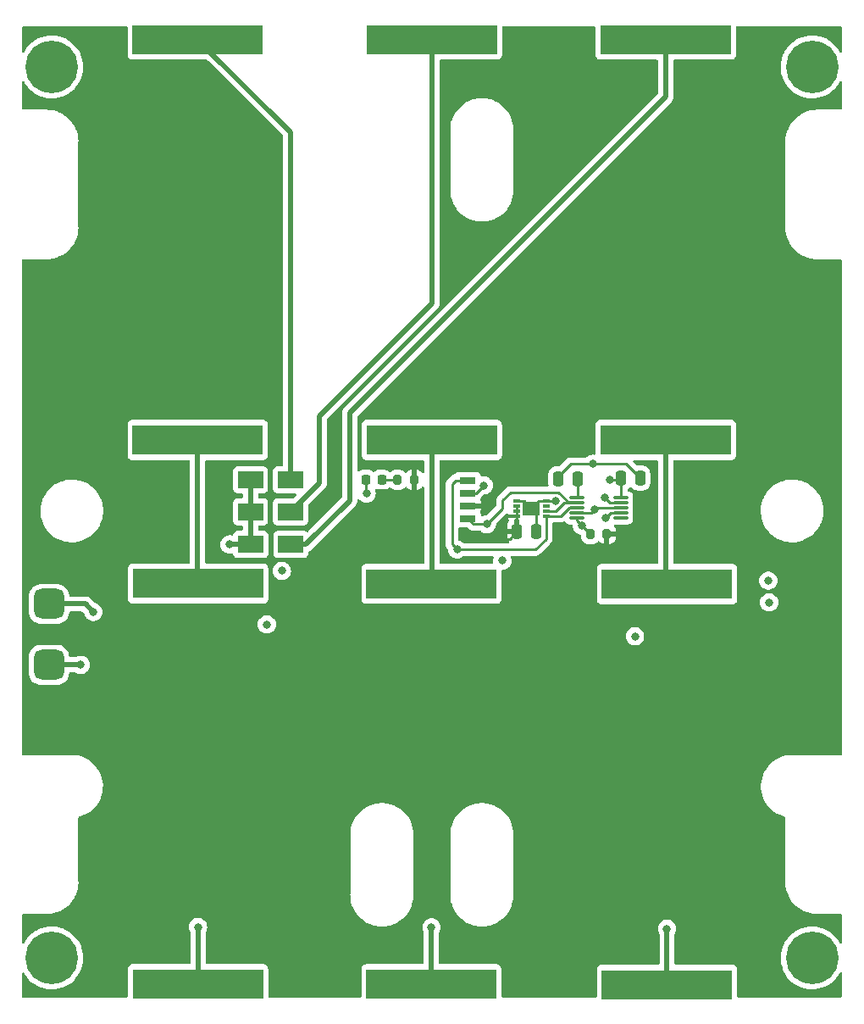
<source format=gbr>
%TF.GenerationSoftware,KiCad,Pcbnew,(6.0.7)*%
%TF.CreationDate,2023-01-31T02:47:43-08:00*%
%TF.ProjectId,solar-panel-NoCutout,736f6c61-722d-4706-916e-656c2d4e6f43,2.0*%
%TF.SameCoordinates,Original*%
%TF.FileFunction,Copper,L1,Top*%
%TF.FilePolarity,Positive*%
%FSLAX46Y46*%
G04 Gerber Fmt 4.6, Leading zero omitted, Abs format (unit mm)*
G04 Created by KiCad (PCBNEW (6.0.7)) date 2023-01-31 02:47:43*
%MOMM*%
%LPD*%
G01*
G04 APERTURE LIST*
G04 Aperture macros list*
%AMRoundRect*
0 Rectangle with rounded corners*
0 $1 Rounding radius*
0 $2 $3 $4 $5 $6 $7 $8 $9 X,Y pos of 4 corners*
0 Add a 4 corners polygon primitive as box body*
4,1,4,$2,$3,$4,$5,$6,$7,$8,$9,$2,$3,0*
0 Add four circle primitives for the rounded corners*
1,1,$1+$1,$2,$3*
1,1,$1+$1,$4,$5*
1,1,$1+$1,$6,$7*
1,1,$1+$1,$8,$9*
0 Add four rect primitives between the rounded corners*
20,1,$1+$1,$2,$3,$4,$5,0*
20,1,$1+$1,$4,$5,$6,$7,0*
20,1,$1+$1,$6,$7,$8,$9,0*
20,1,$1+$1,$8,$9,$2,$3,0*%
G04 Aperture macros list end*
%TA.AperFunction,ComponentPad*%
%ADD10C,5.250000*%
%TD*%
%TA.AperFunction,SMDPad,CuDef*%
%ADD11R,0.750000X0.300000*%
%TD*%
%TA.AperFunction,SMDPad,CuDef*%
%ADD12R,1.750000X1.450000*%
%TD*%
%TA.AperFunction,SMDPad,CuDef*%
%ADD13R,13.000000X3.000000*%
%TD*%
%TA.AperFunction,SMDPad,CuDef*%
%ADD14RoundRect,0.750000X0.750000X-0.750000X0.750000X0.750000X-0.750000X0.750000X-0.750000X-0.750000X0*%
%TD*%
%TA.AperFunction,SMDPad,CuDef*%
%ADD15R,2.500000X1.700000*%
%TD*%
%TA.AperFunction,SMDPad,CuDef*%
%ADD16RoundRect,0.250000X-0.250000X-0.475000X0.250000X-0.475000X0.250000X0.475000X-0.250000X0.475000X0*%
%TD*%
%TA.AperFunction,SMDPad,CuDef*%
%ADD17RoundRect,0.250000X0.250000X0.475000X-0.250000X0.475000X-0.250000X-0.475000X0.250000X-0.475000X0*%
%TD*%
%TA.AperFunction,SMDPad,CuDef*%
%ADD18R,1.600000X0.700000*%
%TD*%
%TA.AperFunction,SMDPad,CuDef*%
%ADD19RoundRect,0.200000X0.200000X0.275000X-0.200000X0.275000X-0.200000X-0.275000X0.200000X-0.275000X0*%
%TD*%
%TA.AperFunction,SMDPad,CuDef*%
%ADD20RoundRect,0.218750X-0.218750X-0.256250X0.218750X-0.256250X0.218750X0.256250X-0.218750X0.256250X0*%
%TD*%
%TA.AperFunction,SMDPad,CuDef*%
%ADD21RoundRect,0.075000X-0.650000X-0.075000X0.650000X-0.075000X0.650000X0.075000X-0.650000X0.075000X0*%
%TD*%
%TA.AperFunction,ViaPad*%
%ADD22C,0.800000*%
%TD*%
%TA.AperFunction,Conductor*%
%ADD23C,0.250000*%
%TD*%
%TA.AperFunction,Conductor*%
%ADD24C,0.500000*%
%TD*%
G04 APERTURE END LIST*
D10*
%TO.P,J2,1,Pin_1*%
%TO.N,unconnected-(J2-Pad1)*%
X106500000Y-70300000D03*
%TD*%
%TO.P,J3,1,Pin_1*%
%TO.N,unconnected-(J3-Pad1)*%
X106500000Y-159300000D03*
%TD*%
%TO.P,J4,1,Pin_1*%
%TO.N,unconnected-(J4-Pad1)*%
X182500000Y-70300000D03*
%TD*%
%TO.P,J5,1,Pin_1*%
%TO.N,unconnected-(J5-Pad1)*%
X182500000Y-159300000D03*
%TD*%
D11*
%TO.P,U2,1,SDA*%
%TO.N,SDA*%
X155900000Y-115170000D03*
%TO.P,U2,2,SCL*%
%TO.N,SCL*%
X155900000Y-114670000D03*
%TO.P,U2,3,Alert*%
%TO.N,unconnected-(U2-Pad3)*%
X155900000Y-114170000D03*
%TO.P,U2,4,GND*%
%TO.N,GND*%
X155900000Y-113670000D03*
%TO.P,U2,5,A2*%
X153000000Y-113670000D03*
%TO.P,U2,6,A1*%
%TO.N,+3V3*%
X153000000Y-114170000D03*
%TO.P,U2,7,A0*%
X153000000Y-114670000D03*
%TO.P,U2,8,VDD*%
X153000000Y-115170000D03*
D12*
%TO.P,U2,9,EP/GND*%
%TO.N,GND*%
X154450000Y-114420000D03*
%TD*%
D13*
%TO.P,SC5,1,+*%
%TO.N,Net-(D3-Pad2)*%
X167860000Y-67570000D03*
%TO.P,SC5,2,-*%
%TO.N,Net-(SC5-Pad2)*%
X167860000Y-107570000D03*
%TD*%
D14*
%TO.P,TP1,1,1*%
%TO.N,VSOLAR*%
X106230000Y-123950000D03*
%TD*%
D15*
%TO.P,D3,1,K*%
%TO.N,VSOLAR*%
X126400000Y-118000000D03*
%TO.P,D3,2,A*%
%TO.N,Net-(D3-Pad2)*%
X130400000Y-118000000D03*
%TD*%
D14*
%TO.P,TP2,1,1*%
%TO.N,GND*%
X106220000Y-130030000D03*
%TD*%
D15*
%TO.P,D1,1,K*%
%TO.N,VSOLAR*%
X126360000Y-111540000D03*
%TO.P,D1,2,A*%
%TO.N,Net-(D1-Pad2)*%
X130360000Y-111540000D03*
%TD*%
D13*
%TO.P,SC3,1,+*%
%TO.N,Net-(D2-Pad2)*%
X144490000Y-67570000D03*
%TO.P,SC3,2,-*%
%TO.N,Net-(SC3-Pad2)*%
X144490000Y-107570000D03*
%TD*%
%TO.P,SC4,1,+*%
%TO.N,Net-(SC3-Pad2)*%
X144450000Y-121940000D03*
%TO.P,SC4,2,-*%
%TO.N,GND*%
X144450000Y-161940000D03*
%TD*%
%TO.P,SC2,1,+*%
%TO.N,Net-(SC1-Pad2)*%
X121120000Y-121920000D03*
%TO.P,SC2,2,-*%
%TO.N,GND*%
X121120000Y-161920000D03*
%TD*%
D15*
%TO.P,D2,1,K*%
%TO.N,VSOLAR*%
X126360000Y-114750000D03*
%TO.P,D2,2,A*%
%TO.N,Net-(D2-Pad2)*%
X130360000Y-114750000D03*
%TD*%
D13*
%TO.P,SC6,1,+*%
%TO.N,Net-(SC5-Pad2)*%
X168000000Y-121970000D03*
%TO.P,SC6,2,-*%
%TO.N,GND*%
X168000000Y-161970000D03*
%TD*%
D16*
%TO.P,C2,1*%
%TO.N,+3V3*%
X153010000Y-116690000D03*
%TO.P,C2,2*%
%TO.N,GND*%
X154910000Y-116690000D03*
%TD*%
D17*
%TO.P,C5,1*%
%TO.N,Net-(C5-Pad1)*%
X159050000Y-111450000D03*
%TO.P,C5,2*%
%TO.N,GND*%
X157150000Y-111450000D03*
%TD*%
D18*
%TO.P,IC1,1,SCL*%
%TO.N,SCL*%
X148075000Y-115430000D03*
%TO.P,IC1,2,VDD*%
%TO.N,+3V3*%
X148075000Y-114160000D03*
%TO.P,IC1,3,GND*%
%TO.N,GND*%
X148075000Y-112890000D03*
%TO.P,IC1,4,SDA*%
%TO.N,SDA*%
X148075000Y-111620000D03*
%TD*%
D19*
%TO.P,R3,1*%
%TO.N,+3V3*%
X161990000Y-116970000D03*
%TO.P,R3,2*%
%TO.N,Net-(C3-Pad1)*%
X160340000Y-116970000D03*
%TD*%
D16*
%TO.P,C3,1*%
%TO.N,Net-(C3-Pad1)*%
X163410000Y-111380000D03*
%TO.P,C3,2*%
%TO.N,GND*%
X165310000Y-111380000D03*
%TD*%
D20*
%TO.P,D4,1,K*%
%TO.N,GND*%
X137912500Y-111525000D03*
%TO.P,D4,2,A*%
%TO.N,Net-(D4-Pad2)*%
X139487500Y-111525000D03*
%TD*%
D13*
%TO.P,SC1,1,+*%
%TO.N,Net-(D1-Pad2)*%
X121090000Y-67570000D03*
%TO.P,SC1,2,-*%
%TO.N,Net-(SC1-Pad2)*%
X121090000Y-107570000D03*
%TD*%
D19*
%TO.P,R1,1*%
%TO.N,+3V3*%
X142725000Y-111550000D03*
%TO.P,R1,2*%
%TO.N,Net-(D4-Pad2)*%
X141075000Y-111550000D03*
%TD*%
D21*
%TO.P,U3,1,REG*%
%TO.N,Net-(C5-Pad1)*%
X158980000Y-113350000D03*
%TO.P,U3,2,SCL*%
%TO.N,SCL*%
X158980000Y-113850000D03*
%TO.P,U3,3,SDA*%
%TO.N,SDA*%
X158980000Y-114350000D03*
%TO.P,U3,4,IN/TRIG*%
%TO.N,GND*%
X158980000Y-114850000D03*
%TO.P,U3,5,EN*%
%TO.N,Net-(C3-Pad1)*%
X158980000Y-115350000D03*
%TO.P,U3,6,VDD/NC*%
%TO.N,unconnected-(U3-Pad6)*%
X163380000Y-115350000D03*
%TO.P,U3,7,OUT+*%
%TO.N,Net-(U3-Pad7)*%
X163380000Y-114850000D03*
%TO.P,U3,8,GND*%
%TO.N,GND*%
X163380000Y-114350000D03*
%TO.P,U3,9,OUT-*%
%TO.N,Net-(U3-Pad7)*%
X163380000Y-113850000D03*
%TO.P,U3,10,VDD*%
%TO.N,Net-(C3-Pad1)*%
X163380000Y-113350000D03*
%TD*%
D22*
%TO.N,GND*%
X168000000Y-156390000D03*
X156860000Y-113670000D03*
X160570000Y-109960000D03*
X109400000Y-130030000D03*
X144450000Y-156250000D03*
X151530000Y-119620000D03*
X149675000Y-112100000D03*
X121120000Y-156220000D03*
X137975000Y-112925000D03*
X160750000Y-114500000D03*
%TO.N,+3V3*%
X150540000Y-113710000D03*
X126510000Y-126100000D03*
X151390000Y-117440000D03*
%TO.N,VSOLAR*%
X124270000Y-118000000D03*
X110660000Y-124750000D03*
%TO.N,SDA*%
X147030000Y-118510000D03*
X129500000Y-120644998D03*
%TO.N,SCL*%
X149990000Y-115990000D03*
X128000001Y-125999999D03*
%TO.N,Net-(C3-Pad1)*%
X159470000Y-116130000D03*
X162260000Y-111570000D03*
%TO.N,Net-(U3-Pad7)*%
X178200000Y-123800000D03*
X161890000Y-115330000D03*
X161820000Y-113350000D03*
X178120000Y-121620000D03*
X164800000Y-127190000D03*
%TD*%
D23*
%TO.N,GND*%
X148075000Y-112890000D02*
X148885000Y-112890000D01*
X158360000Y-109960000D02*
X158750000Y-109960000D01*
X163890000Y-109960000D02*
X165310000Y-111380000D01*
X158750000Y-109960000D02*
X160570000Y-109960000D01*
X155900000Y-113670000D02*
X155200000Y-113670000D01*
D24*
X109400000Y-130030000D02*
X106050000Y-130030000D01*
D23*
X154910000Y-116690000D02*
X154910000Y-114880000D01*
X155900000Y-113670000D02*
X156860000Y-113670000D01*
X157150000Y-111450000D02*
X157150000Y-111170000D01*
D24*
X144450000Y-161940000D02*
X144450000Y-156250000D01*
D23*
X154450000Y-114420000D02*
X153700000Y-113670000D01*
X160900000Y-114350000D02*
X160750000Y-114500000D01*
X160570000Y-109960000D02*
X163890000Y-109960000D01*
X154910000Y-114880000D02*
X154450000Y-114420000D01*
D24*
X168000000Y-161970000D02*
X168000000Y-156390000D01*
D23*
X137912500Y-112862500D02*
X137975000Y-112925000D01*
X158980000Y-114850000D02*
X160400000Y-114850000D01*
X157150000Y-111170000D02*
X158360000Y-109960000D01*
D24*
X121120000Y-161920000D02*
X121120000Y-156220000D01*
D23*
X153700000Y-113670000D02*
X153000000Y-113670000D01*
X160400000Y-114850000D02*
X160750000Y-114500000D01*
X155200000Y-113670000D02*
X154485000Y-114385000D01*
X148885000Y-112890000D02*
X149675000Y-112100000D01*
X163380000Y-114350000D02*
X160900000Y-114350000D01*
X154485000Y-114385000D02*
X154450000Y-114420000D01*
X137912500Y-111525000D02*
X137912500Y-112862500D01*
%TO.N,+3V3*%
X153000000Y-114170000D02*
X153000000Y-115170000D01*
X153010000Y-116690000D02*
X153010000Y-115180000D01*
X150540000Y-113710000D02*
X150090000Y-114160000D01*
X150090000Y-114160000D02*
X148075000Y-114160000D01*
X153010000Y-115180000D02*
X153000000Y-115170000D01*
X151390000Y-117440000D02*
X152260000Y-117440000D01*
X152260000Y-117440000D02*
X153010000Y-116690000D01*
D24*
%TO.N,VSOLAR*%
X126360000Y-117960000D02*
X126400000Y-118000000D01*
X126360000Y-111540000D02*
X126360000Y-117960000D01*
X126400000Y-118000000D02*
X124270000Y-118000000D01*
X109860000Y-123950000D02*
X110660000Y-124750000D01*
X106230000Y-123950000D02*
X109860000Y-123950000D01*
%TO.N,Net-(SC1-Pad2)*%
X121090000Y-107570000D02*
X121090000Y-121890000D01*
X121090000Y-121890000D02*
X121120000Y-121920000D01*
%TO.N,Net-(SC3-Pad2)*%
X144490000Y-121900000D02*
X144450000Y-121940000D01*
X144490000Y-107570000D02*
X144490000Y-121900000D01*
%TO.N,Net-(D1-Pad2)*%
X130360000Y-76840000D02*
X130360000Y-111540000D01*
X121090000Y-67570000D02*
X130360000Y-76840000D01*
%TO.N,Net-(D2-Pad2)*%
X144490000Y-93920000D02*
X133240000Y-105170000D01*
X133240000Y-111870000D02*
X133240000Y-105170000D01*
X130360000Y-114750000D02*
X133240000Y-111870000D01*
X144490000Y-67570000D02*
X144490000Y-93920000D01*
D23*
%TO.N,SDA*%
X155900000Y-115170000D02*
X157369315Y-115170000D01*
X146500000Y-117980000D02*
X147030000Y-118510000D01*
X157369315Y-115170000D02*
X158189315Y-114350000D01*
X155900000Y-117440000D02*
X154830000Y-118510000D01*
X148075000Y-111620000D02*
X146880000Y-111620000D01*
X146500000Y-112000000D02*
X146500000Y-117980000D01*
X154830000Y-118510000D02*
X147030000Y-118510000D01*
X158189315Y-114350000D02*
X158980000Y-114350000D01*
X146880000Y-111620000D02*
X146500000Y-112000000D01*
X155900000Y-115170000D02*
X155900000Y-117440000D01*
X147030000Y-118510000D02*
X146910000Y-118510000D01*
%TO.N,SCL*%
X151570000Y-114410000D02*
X149990000Y-115990000D01*
X157159315Y-112820000D02*
X152370000Y-112820000D01*
X158980000Y-113850000D02*
X158189315Y-113850000D01*
X148635000Y-115990000D02*
X148075000Y-115430000D01*
X158189315Y-113850000D02*
X157705305Y-113850000D01*
X152370000Y-112820000D02*
X151570000Y-113620000D01*
X157705305Y-113850000D02*
X156885305Y-114670000D01*
X149990000Y-115990000D02*
X148635000Y-115990000D01*
X156885305Y-114670000D02*
X155900000Y-114670000D01*
X151570000Y-113620000D02*
X151570000Y-114410000D01*
X158189315Y-113850000D02*
X157159315Y-112820000D01*
%TO.N,Net-(C5-Pad1)*%
X159050000Y-111450000D02*
X159050000Y-113280000D01*
X159050000Y-113280000D02*
X158980000Y-113350000D01*
%TO.N,Net-(C3-Pad1)*%
X163410000Y-111570000D02*
X162260000Y-111570000D01*
X158980000Y-115350000D02*
X158980000Y-115610000D01*
X158980000Y-115610000D02*
X160340000Y-116970000D01*
X163380000Y-113350000D02*
X163380000Y-111410000D01*
X163380000Y-111410000D02*
X163410000Y-111380000D01*
%TO.N,Net-(U3-Pad7)*%
X163380000Y-114850000D02*
X162370000Y-114850000D01*
X162320000Y-113850000D02*
X161820000Y-113350000D01*
X162370000Y-114850000D02*
X161890000Y-115330000D01*
X163380000Y-113850000D02*
X162320000Y-113850000D01*
D24*
%TO.N,Net-(D3-Pad2)*%
X136280000Y-113630000D02*
X136280000Y-104900000D01*
X130400000Y-118000000D02*
X131910000Y-118000000D01*
X131910000Y-118000000D02*
X136280000Y-113630000D01*
X136280000Y-104900000D02*
X167860000Y-73320000D01*
X167860000Y-73320000D02*
X167860000Y-67570000D01*
%TO.N,Net-(SC5-Pad2)*%
X167860000Y-121830000D02*
X168000000Y-121970000D01*
X167860000Y-107570000D02*
X167860000Y-121830000D01*
D23*
%TO.N,Net-(D4-Pad2)*%
X141075000Y-111550000D02*
X139512500Y-111550000D01*
X139512500Y-111550000D02*
X139487500Y-111525000D01*
%TD*%
%TA.AperFunction,Conductor*%
%TO.N,+3V3*%
G36*
X114023621Y-66278502D02*
G01*
X114070114Y-66332158D01*
X114081500Y-66384500D01*
X114081500Y-69118134D01*
X114088255Y-69180316D01*
X114139385Y-69316705D01*
X114226739Y-69433261D01*
X114343295Y-69520615D01*
X114479684Y-69571745D01*
X114541866Y-69578500D01*
X121973629Y-69578500D01*
X122041750Y-69598502D01*
X122062724Y-69615405D01*
X129564595Y-77117276D01*
X129598621Y-77179588D01*
X129601500Y-77206371D01*
X129601500Y-110055500D01*
X129581498Y-110123621D01*
X129527842Y-110170114D01*
X129475500Y-110181500D01*
X129061866Y-110181500D01*
X128999684Y-110188255D01*
X128863295Y-110239385D01*
X128746739Y-110326739D01*
X128659385Y-110443295D01*
X128608255Y-110579684D01*
X128601500Y-110641866D01*
X128601500Y-112438134D01*
X128608255Y-112500316D01*
X128659385Y-112636705D01*
X128746739Y-112753261D01*
X128863295Y-112840615D01*
X128999684Y-112891745D01*
X129061866Y-112898500D01*
X130834629Y-112898500D01*
X130902750Y-112918502D01*
X130949243Y-112972158D01*
X130959347Y-113042432D01*
X130929853Y-113107012D01*
X130923724Y-113113595D01*
X130682724Y-113354595D01*
X130620412Y-113388621D01*
X130593629Y-113391500D01*
X129061866Y-113391500D01*
X128999684Y-113398255D01*
X128863295Y-113449385D01*
X128746739Y-113536739D01*
X128659385Y-113653295D01*
X128608255Y-113789684D01*
X128601500Y-113851866D01*
X128601500Y-115648134D01*
X128608255Y-115710316D01*
X128659385Y-115846705D01*
X128746739Y-115963261D01*
X128863295Y-116050615D01*
X128999684Y-116101745D01*
X129061866Y-116108500D01*
X131658134Y-116108500D01*
X131720316Y-116101745D01*
X131856705Y-116050615D01*
X131973261Y-115963261D01*
X132060615Y-115846705D01*
X132111745Y-115710316D01*
X132118500Y-115648134D01*
X132118500Y-114116371D01*
X132138502Y-114048250D01*
X132155405Y-114027276D01*
X133728911Y-112453770D01*
X133743323Y-112441384D01*
X133754918Y-112432851D01*
X133754923Y-112432846D01*
X133760818Y-112428508D01*
X133765557Y-112422930D01*
X133765560Y-112422927D01*
X133795035Y-112388232D01*
X133801965Y-112380716D01*
X133807660Y-112375021D01*
X133814977Y-112365773D01*
X133825281Y-112352749D01*
X133828072Y-112349345D01*
X133870591Y-112299297D01*
X133870592Y-112299295D01*
X133875333Y-112293715D01*
X133878661Y-112287199D01*
X133882028Y-112282150D01*
X133885195Y-112277021D01*
X133889734Y-112271284D01*
X133920655Y-112205125D01*
X133922561Y-112201225D01*
X133924338Y-112197745D01*
X133955769Y-112136192D01*
X133957508Y-112129084D01*
X133959607Y-112123441D01*
X133961524Y-112117678D01*
X133964622Y-112111050D01*
X133969752Y-112086389D01*
X133979486Y-112039588D01*
X133980457Y-112035299D01*
X133985084Y-112016389D01*
X133997808Y-111964390D01*
X133998500Y-111953236D01*
X133998536Y-111953238D01*
X133998775Y-111949245D01*
X133999149Y-111945053D01*
X134000640Y-111937885D01*
X133998546Y-111860479D01*
X133998500Y-111857072D01*
X133998500Y-105536371D01*
X134018502Y-105468250D01*
X134035405Y-105447276D01*
X144978911Y-94503770D01*
X144993323Y-94491384D01*
X145004918Y-94482851D01*
X145004923Y-94482846D01*
X145010818Y-94478508D01*
X145015557Y-94472930D01*
X145015560Y-94472927D01*
X145045035Y-94438232D01*
X145051965Y-94430716D01*
X145057661Y-94425020D01*
X145059924Y-94422159D01*
X145059929Y-94422154D01*
X145075285Y-94402744D01*
X145078074Y-94399342D01*
X145120596Y-94349291D01*
X145120597Y-94349290D01*
X145125333Y-94343715D01*
X145128661Y-94337198D01*
X145132027Y-94332150D01*
X145135190Y-94327028D01*
X145139735Y-94321284D01*
X145170664Y-94255105D01*
X145172563Y-94251221D01*
X145205769Y-94186192D01*
X145207510Y-94179077D01*
X145209613Y-94173422D01*
X145211522Y-94167683D01*
X145214622Y-94161050D01*
X145229491Y-94089565D01*
X145230461Y-94085282D01*
X145246473Y-94019844D01*
X145247808Y-94014390D01*
X145248500Y-94003236D01*
X145248535Y-94003238D01*
X145248775Y-93999266D01*
X145249152Y-93995045D01*
X145250641Y-93987885D01*
X145248546Y-93910458D01*
X145248500Y-93907050D01*
X145248500Y-82593724D01*
X146336309Y-82593724D01*
X146337130Y-82600000D01*
X146336861Y-82600000D01*
X146355403Y-82941995D01*
X146410813Y-83279981D01*
X146502441Y-83609995D01*
X146629213Y-83928168D01*
X146789642Y-84230769D01*
X146791550Y-84233584D01*
X146791553Y-84233588D01*
X146941399Y-84454593D01*
X146981847Y-84514250D01*
X147203575Y-84775289D01*
X147452227Y-85010825D01*
X147724887Y-85218095D01*
X148018359Y-85394671D01*
X148329202Y-85538482D01*
X148332440Y-85539573D01*
X148332445Y-85539575D01*
X148650535Y-85646753D01*
X148650541Y-85646755D01*
X148653771Y-85647843D01*
X148657107Y-85648577D01*
X148657106Y-85648577D01*
X148984930Y-85720736D01*
X148984934Y-85720737D01*
X148988261Y-85721469D01*
X148991651Y-85721838D01*
X148991653Y-85721838D01*
X149049820Y-85728164D01*
X149328751Y-85758500D01*
X149671249Y-85758500D01*
X149950180Y-85728164D01*
X150008347Y-85721838D01*
X150008349Y-85721838D01*
X150011739Y-85721469D01*
X150015066Y-85720737D01*
X150015070Y-85720736D01*
X150342894Y-85648577D01*
X150342893Y-85648577D01*
X150346229Y-85647843D01*
X150349459Y-85646755D01*
X150349465Y-85646753D01*
X150667555Y-85539575D01*
X150667560Y-85539573D01*
X150670798Y-85538482D01*
X150981641Y-85394671D01*
X151275113Y-85218095D01*
X151547773Y-85010825D01*
X151796425Y-84775289D01*
X152018153Y-84514250D01*
X152058602Y-84454593D01*
X152208447Y-84233588D01*
X152208450Y-84233584D01*
X152210358Y-84230769D01*
X152370787Y-83928168D01*
X152497559Y-83609995D01*
X152589187Y-83279981D01*
X152644597Y-82941995D01*
X152661543Y-82629444D01*
X152662345Y-82622204D01*
X152662334Y-82622203D01*
X152662770Y-82617345D01*
X152663576Y-82612552D01*
X152663729Y-82600000D01*
X152659773Y-82572376D01*
X152658500Y-82554514D01*
X152658500Y-76653250D01*
X152660246Y-76632345D01*
X152662770Y-76617344D01*
X152662770Y-76617341D01*
X152663576Y-76612552D01*
X152663729Y-76600000D01*
X152663040Y-76595188D01*
X152662724Y-76590331D01*
X152662726Y-76590331D01*
X152662479Y-76587825D01*
X152662323Y-76584932D01*
X152650718Y-76370893D01*
X152644782Y-76261408D01*
X152644781Y-76261399D01*
X152644597Y-76258005D01*
X152589187Y-75920019D01*
X152507781Y-75626821D01*
X152498472Y-75593292D01*
X152498470Y-75593286D01*
X152497559Y-75590005D01*
X152370787Y-75271832D01*
X152210358Y-74969231D01*
X152208447Y-74966412D01*
X152020062Y-74688565D01*
X152020058Y-74688560D01*
X152018153Y-74685750D01*
X151796425Y-74424711D01*
X151547773Y-74189175D01*
X151275113Y-73981905D01*
X150981641Y-73805329D01*
X150670798Y-73661518D01*
X150667560Y-73660427D01*
X150667555Y-73660425D01*
X150349465Y-73553247D01*
X150349459Y-73553245D01*
X150346229Y-73552157D01*
X150248644Y-73530677D01*
X150015070Y-73479264D01*
X150015066Y-73479263D01*
X150011739Y-73478531D01*
X150008349Y-73478162D01*
X150008347Y-73478162D01*
X149950180Y-73471836D01*
X149671249Y-73441500D01*
X149328751Y-73441500D01*
X149049820Y-73471836D01*
X148991653Y-73478162D01*
X148991651Y-73478162D01*
X148988261Y-73478531D01*
X148984934Y-73479263D01*
X148984930Y-73479264D01*
X148751356Y-73530677D01*
X148653771Y-73552157D01*
X148650541Y-73553245D01*
X148650535Y-73553247D01*
X148332445Y-73660425D01*
X148332440Y-73660427D01*
X148329202Y-73661518D01*
X148018359Y-73805329D01*
X147724887Y-73981905D01*
X147452227Y-74189175D01*
X147203575Y-74424711D01*
X146981847Y-74685750D01*
X146979942Y-74688560D01*
X146979938Y-74688565D01*
X146791553Y-74966412D01*
X146789642Y-74969231D01*
X146629213Y-75271832D01*
X146502441Y-75590005D01*
X146501530Y-75593286D01*
X146501528Y-75593292D01*
X146492219Y-75626821D01*
X146410813Y-75920019D01*
X146355403Y-76258005D01*
X146341085Y-76522101D01*
X146338021Y-76578611D01*
X146337733Y-76581360D01*
X146337712Y-76583122D01*
X146337769Y-76583258D01*
X146337678Y-76584932D01*
X146336309Y-76593724D01*
X146336940Y-76598548D01*
X146336861Y-76600000D01*
X146337130Y-76600000D01*
X146337958Y-76606332D01*
X146340436Y-76625283D01*
X146341500Y-76641620D01*
X146341500Y-82550633D01*
X146340000Y-82570018D01*
X146336309Y-82593724D01*
X145248500Y-82593724D01*
X145248500Y-69704500D01*
X145268502Y-69636379D01*
X145322158Y-69589886D01*
X145374500Y-69578500D01*
X151038134Y-69578500D01*
X151100316Y-69571745D01*
X151236705Y-69520615D01*
X151353261Y-69433261D01*
X151440615Y-69316705D01*
X151491745Y-69180316D01*
X151498500Y-69118134D01*
X151498500Y-66384500D01*
X151518502Y-66316379D01*
X151572158Y-66269886D01*
X151624500Y-66258500D01*
X160725500Y-66258500D01*
X160793621Y-66278502D01*
X160840114Y-66332158D01*
X160851500Y-66384500D01*
X160851500Y-69118134D01*
X160858255Y-69180316D01*
X160909385Y-69316705D01*
X160996739Y-69433261D01*
X161113295Y-69520615D01*
X161249684Y-69571745D01*
X161311866Y-69578500D01*
X166975500Y-69578500D01*
X167043621Y-69598502D01*
X167090114Y-69652158D01*
X167101500Y-69704500D01*
X167101500Y-72953629D01*
X167081498Y-73021750D01*
X167064595Y-73042724D01*
X135791089Y-104316230D01*
X135776677Y-104328616D01*
X135765082Y-104337149D01*
X135765077Y-104337154D01*
X135759182Y-104341492D01*
X135754443Y-104347070D01*
X135754440Y-104347073D01*
X135724965Y-104381768D01*
X135718035Y-104389284D01*
X135712340Y-104394979D01*
X135710060Y-104397861D01*
X135694719Y-104417251D01*
X135691928Y-104420655D01*
X135649409Y-104470703D01*
X135644667Y-104476285D01*
X135641339Y-104482801D01*
X135637972Y-104487850D01*
X135634805Y-104492979D01*
X135630266Y-104498716D01*
X135599345Y-104564875D01*
X135597442Y-104568769D01*
X135564231Y-104633808D01*
X135562492Y-104640916D01*
X135560393Y-104646559D01*
X135558476Y-104652322D01*
X135555378Y-104658950D01*
X135553888Y-104666112D01*
X135553888Y-104666113D01*
X135540514Y-104730412D01*
X135539544Y-104734696D01*
X135522192Y-104805610D01*
X135521500Y-104816764D01*
X135521464Y-104816762D01*
X135521225Y-104820755D01*
X135520851Y-104824947D01*
X135519360Y-104832115D01*
X135519558Y-104839432D01*
X135521454Y-104909521D01*
X135521500Y-104912928D01*
X135521500Y-113263629D01*
X135501498Y-113331750D01*
X135484595Y-113352724D01*
X132111838Y-116725481D01*
X132049526Y-116759507D01*
X131978711Y-116754442D01*
X131947181Y-116737214D01*
X131896705Y-116699385D01*
X131760316Y-116648255D01*
X131698134Y-116641500D01*
X129101866Y-116641500D01*
X129039684Y-116648255D01*
X128903295Y-116699385D01*
X128786739Y-116786739D01*
X128699385Y-116903295D01*
X128648255Y-117039684D01*
X128641500Y-117101866D01*
X128641500Y-118898134D01*
X128648255Y-118960316D01*
X128699385Y-119096705D01*
X128786739Y-119213261D01*
X128903295Y-119300615D01*
X129039684Y-119351745D01*
X129101866Y-119358500D01*
X131698134Y-119358500D01*
X131760316Y-119351745D01*
X131896705Y-119300615D01*
X132013261Y-119213261D01*
X132100615Y-119096705D01*
X132151745Y-118960316D01*
X132158500Y-118898134D01*
X132158500Y-118806082D01*
X132178502Y-118737961D01*
X132228188Y-118694867D01*
X132227881Y-118694361D01*
X132227896Y-118694352D01*
X132227899Y-118694351D01*
X132228684Y-118693875D01*
X132230132Y-118693181D01*
X132230842Y-118692565D01*
X132234158Y-118690553D01*
X132239631Y-118688047D01*
X132245055Y-118685331D01*
X132251937Y-118682833D01*
X132312976Y-118642814D01*
X132316680Y-118640477D01*
X132379107Y-118602595D01*
X132387484Y-118595197D01*
X132387508Y-118595224D01*
X132390500Y-118592571D01*
X132393733Y-118589868D01*
X132399852Y-118585856D01*
X132453128Y-118529617D01*
X132455506Y-118527175D01*
X136768911Y-114213770D01*
X136783323Y-114201384D01*
X136794918Y-114192851D01*
X136794923Y-114192846D01*
X136800818Y-114188508D01*
X136805557Y-114182930D01*
X136805560Y-114182927D01*
X136835035Y-114148232D01*
X136841965Y-114140716D01*
X136847660Y-114135021D01*
X136857427Y-114122676D01*
X136865281Y-114112749D01*
X136868072Y-114109345D01*
X136910591Y-114059297D01*
X136910592Y-114059295D01*
X136915333Y-114053715D01*
X136918661Y-114047199D01*
X136922028Y-114042150D01*
X136925195Y-114037021D01*
X136929734Y-114031284D01*
X136960655Y-113965125D01*
X136962561Y-113961225D01*
X136967630Y-113951298D01*
X136995769Y-113896192D01*
X136997508Y-113889084D01*
X136999607Y-113883441D01*
X137001524Y-113877678D01*
X137004622Y-113871050D01*
X137019487Y-113799583D01*
X137020457Y-113795299D01*
X137021964Y-113789142D01*
X137037808Y-113724390D01*
X137038500Y-113713236D01*
X137038536Y-113713238D01*
X137038775Y-113709245D01*
X137039149Y-113705053D01*
X137040640Y-113697885D01*
X137038546Y-113620479D01*
X137038500Y-113617072D01*
X137038500Y-113570883D01*
X137058502Y-113502762D01*
X137112158Y-113456269D01*
X137182432Y-113446165D01*
X137247012Y-113475659D01*
X137258136Y-113486573D01*
X137339849Y-113577324D01*
X137363747Y-113603866D01*
X137455298Y-113670382D01*
X137508289Y-113708882D01*
X137518248Y-113716118D01*
X137524276Y-113718802D01*
X137524278Y-113718803D01*
X137686681Y-113791109D01*
X137692712Y-113793794D01*
X137786113Y-113813647D01*
X137873056Y-113832128D01*
X137873061Y-113832128D01*
X137879513Y-113833500D01*
X138070487Y-113833500D01*
X138076939Y-113832128D01*
X138076944Y-113832128D01*
X138163887Y-113813647D01*
X138257288Y-113793794D01*
X138263319Y-113791109D01*
X138425722Y-113718803D01*
X138425724Y-113718802D01*
X138431752Y-113716118D01*
X138441712Y-113708882D01*
X138494702Y-113670382D01*
X138586253Y-113603866D01*
X138596835Y-113592114D01*
X138709621Y-113466852D01*
X138709622Y-113466851D01*
X138714040Y-113461944D01*
X138787021Y-113335537D01*
X138806223Y-113302279D01*
X138806224Y-113302278D01*
X138809527Y-113296556D01*
X138868542Y-113114928D01*
X138870947Y-113092051D01*
X138887814Y-112931565D01*
X138888504Y-112925000D01*
X138884535Y-112887237D01*
X138869232Y-112741635D01*
X138869232Y-112741633D01*
X138868542Y-112735072D01*
X138855037Y-112693509D01*
X138828886Y-112613023D01*
X138826859Y-112542055D01*
X138863521Y-112481258D01*
X138927233Y-112449932D01*
X138988386Y-112454494D01*
X138996937Y-112457330D01*
X139113738Y-112496072D01*
X139113740Y-112496072D01*
X139120269Y-112498238D01*
X139220428Y-112508500D01*
X139754572Y-112508500D01*
X139757818Y-112508163D01*
X139757822Y-112508163D01*
X139791603Y-112504658D01*
X139855982Y-112497978D01*
X140016849Y-112444308D01*
X140161055Y-112355071D01*
X140166224Y-112349893D01*
X140166229Y-112349889D01*
X140192854Y-112323218D01*
X140255136Y-112289139D01*
X140325956Y-112294142D01*
X140371121Y-112323141D01*
X140434619Y-112386639D01*
X140581301Y-112475472D01*
X140588548Y-112477743D01*
X140588550Y-112477744D01*
X140647035Y-112496072D01*
X140744938Y-112526753D01*
X140818365Y-112533500D01*
X140821263Y-112533500D01*
X141075665Y-112533499D01*
X141331634Y-112533499D01*
X141334492Y-112533236D01*
X141334501Y-112533236D01*
X141370004Y-112529974D01*
X141405062Y-112526753D01*
X141413030Y-112524256D01*
X141561450Y-112477744D01*
X141561452Y-112477743D01*
X141568699Y-112475472D01*
X141715381Y-112386639D01*
X141811259Y-112290761D01*
X141873571Y-112256735D01*
X141944386Y-112261800D01*
X141989449Y-112290761D01*
X142079557Y-112380869D01*
X142091426Y-112390176D01*
X142225012Y-112471079D01*
X142238757Y-112477285D01*
X142388644Y-112524256D01*
X142401694Y-112526869D01*
X142456586Y-112531913D01*
X142468124Y-112528525D01*
X142469329Y-112527135D01*
X142471000Y-112519452D01*
X142471000Y-110585116D01*
X142466525Y-110569877D01*
X142465135Y-110568672D01*
X142460706Y-110567709D01*
X142401685Y-110573132D01*
X142388649Y-110575743D01*
X142238757Y-110622715D01*
X142225012Y-110628921D01*
X142091426Y-110709824D01*
X142079557Y-110719131D01*
X141989449Y-110809239D01*
X141927137Y-110843265D01*
X141856322Y-110838200D01*
X141811259Y-110809239D01*
X141715381Y-110713361D01*
X141568699Y-110624528D01*
X141561452Y-110622257D01*
X141561450Y-110622256D01*
X141483886Y-110597949D01*
X141405062Y-110573247D01*
X141331635Y-110566500D01*
X141328737Y-110566500D01*
X141074335Y-110566501D01*
X140818366Y-110566501D01*
X140815508Y-110566764D01*
X140815499Y-110566764D01*
X140781619Y-110569877D01*
X140744938Y-110573247D01*
X140738560Y-110575246D01*
X140738559Y-110575246D01*
X140588550Y-110622256D01*
X140588548Y-110622257D01*
X140581301Y-110624528D01*
X140434619Y-110713361D01*
X140396094Y-110751886D01*
X140333782Y-110785912D01*
X140262967Y-110780847D01*
X140217981Y-110751963D01*
X140165238Y-110699311D01*
X140165233Y-110699307D01*
X140160053Y-110694136D01*
X140015692Y-110605151D01*
X139963990Y-110588002D01*
X139861262Y-110553928D01*
X139861260Y-110553928D01*
X139854731Y-110551762D01*
X139754572Y-110541500D01*
X139220428Y-110541500D01*
X139217182Y-110541837D01*
X139217178Y-110541837D01*
X139183397Y-110545342D01*
X139119018Y-110552022D01*
X138958151Y-110605692D01*
X138813945Y-110694929D01*
X138789113Y-110719805D01*
X138726832Y-110753884D01*
X138656012Y-110748882D01*
X138610922Y-110719960D01*
X138590233Y-110699307D01*
X138585053Y-110694136D01*
X138440692Y-110605151D01*
X138388990Y-110588002D01*
X138286262Y-110553928D01*
X138286260Y-110553928D01*
X138279731Y-110551762D01*
X138179572Y-110541500D01*
X137645428Y-110541500D01*
X137642182Y-110541837D01*
X137642178Y-110541837D01*
X137608397Y-110545342D01*
X137544018Y-110552022D01*
X137383151Y-110605692D01*
X137238945Y-110694929D01*
X137238747Y-110694609D01*
X137176952Y-110719620D01*
X137107188Y-110706448D01*
X137055620Y-110657650D01*
X137038500Y-110594237D01*
X137038500Y-105266371D01*
X137058502Y-105198250D01*
X137075405Y-105177276D01*
X168348911Y-73903770D01*
X168363323Y-73891384D01*
X168374918Y-73882851D01*
X168374923Y-73882846D01*
X168380818Y-73878508D01*
X168385557Y-73872930D01*
X168385560Y-73872927D01*
X168415035Y-73838232D01*
X168421965Y-73830716D01*
X168427660Y-73825021D01*
X168432518Y-73818880D01*
X168445281Y-73802749D01*
X168448072Y-73799345D01*
X168490591Y-73749297D01*
X168490592Y-73749295D01*
X168495333Y-73743715D01*
X168498661Y-73737199D01*
X168502028Y-73732150D01*
X168505195Y-73727021D01*
X168509734Y-73721284D01*
X168540655Y-73655125D01*
X168542561Y-73651225D01*
X168575769Y-73586192D01*
X168577508Y-73579084D01*
X168579607Y-73573441D01*
X168581524Y-73567678D01*
X168584622Y-73561050D01*
X168586625Y-73551423D01*
X168599486Y-73489588D01*
X168600457Y-73485299D01*
X168615054Y-73425643D01*
X168617808Y-73414390D01*
X168618500Y-73403236D01*
X168618536Y-73403238D01*
X168618775Y-73399245D01*
X168619149Y-73395053D01*
X168620640Y-73387885D01*
X168618546Y-73310479D01*
X168618500Y-73307072D01*
X168618500Y-69704500D01*
X168638502Y-69636379D01*
X168692158Y-69589886D01*
X168744500Y-69578500D01*
X174408134Y-69578500D01*
X174470316Y-69571745D01*
X174606705Y-69520615D01*
X174723261Y-69433261D01*
X174810615Y-69316705D01*
X174861745Y-69180316D01*
X174868500Y-69118134D01*
X174868500Y-66384500D01*
X174888502Y-66316379D01*
X174942158Y-66269886D01*
X174994500Y-66258500D01*
X185365500Y-66258500D01*
X185433621Y-66278502D01*
X185480114Y-66332158D01*
X185491500Y-66384500D01*
X185491500Y-68746328D01*
X185471498Y-68814449D01*
X185417842Y-68860942D01*
X185347568Y-68871046D01*
X185282988Y-68841552D01*
X185255085Y-68807029D01*
X185163239Y-68639961D01*
X185163236Y-68639957D01*
X185161546Y-68636882D01*
X184959573Y-68350567D01*
X184726943Y-68088550D01*
X184724342Y-68086208D01*
X184724337Y-68086203D01*
X184469167Y-67856447D01*
X184469166Y-67856447D01*
X184466557Y-67854097D01*
X184428538Y-67826878D01*
X184184513Y-67652173D01*
X184184510Y-67652171D01*
X184181659Y-67650130D01*
X183875800Y-67479192D01*
X183552794Y-67343412D01*
X183549425Y-67342421D01*
X183549421Y-67342419D01*
X183401053Y-67298752D01*
X183216665Y-67244484D01*
X182940895Y-67195858D01*
X182875063Y-67184250D01*
X182875061Y-67184250D01*
X182871603Y-67183640D01*
X182868094Y-67183419D01*
X182868092Y-67183419D01*
X182525428Y-67161860D01*
X182525422Y-67161860D01*
X182521910Y-67161639D01*
X182424516Y-67166403D01*
X182175451Y-67178584D01*
X182175443Y-67178585D01*
X182171944Y-67178756D01*
X182168476Y-67179318D01*
X182168473Y-67179318D01*
X181829542Y-67234213D01*
X181829539Y-67234214D01*
X181826067Y-67234776D01*
X181822684Y-67235721D01*
X181822682Y-67235721D01*
X181787747Y-67245475D01*
X181488589Y-67329001D01*
X181485341Y-67330313D01*
X181485333Y-67330316D01*
X181166983Y-67458938D01*
X181166979Y-67458940D01*
X181163719Y-67460257D01*
X181160632Y-67461926D01*
X181160628Y-67461928D01*
X181131220Y-67477829D01*
X180855503Y-67626909D01*
X180567785Y-67826878D01*
X180565143Y-67829191D01*
X180565139Y-67829194D01*
X180326206Y-68038365D01*
X180304151Y-68057673D01*
X180067886Y-68316416D01*
X179861935Y-68599883D01*
X179860193Y-68602949D01*
X179860192Y-68602951D01*
X179839167Y-68639962D01*
X179688865Y-68904541D01*
X179671985Y-68943926D01*
X179570668Y-69180316D01*
X179550834Y-69226591D01*
X179513293Y-69350932D01*
X179461112Y-69523767D01*
X179449562Y-69562021D01*
X179386311Y-69906650D01*
X179361869Y-70256181D01*
X179376542Y-70606258D01*
X179430145Y-70952518D01*
X179522012Y-71290645D01*
X179523302Y-71293904D01*
X179523304Y-71293909D01*
X179572316Y-71417698D01*
X179650998Y-71616424D01*
X179652653Y-71619536D01*
X179652655Y-71619541D01*
X179712109Y-71731357D01*
X179815493Y-71925795D01*
X179817483Y-71928701D01*
X179817484Y-71928703D01*
X179891490Y-72036785D01*
X180013449Y-72214902D01*
X180242397Y-72480142D01*
X180499485Y-72718207D01*
X180781507Y-72926132D01*
X180784544Y-72927886D01*
X180784548Y-72927888D01*
X180919529Y-73005819D01*
X181084949Y-73101324D01*
X181088170Y-73102731D01*
X181402807Y-73240193D01*
X181402817Y-73240197D01*
X181406029Y-73241600D01*
X181409387Y-73242639D01*
X181409391Y-73242641D01*
X181545685Y-73284831D01*
X181740743Y-73345212D01*
X181744199Y-73345871D01*
X181744198Y-73345871D01*
X182081471Y-73410210D01*
X182081477Y-73410211D01*
X182084922Y-73410868D01*
X182316253Y-73428668D01*
X182430777Y-73437480D01*
X182430778Y-73437480D01*
X182434274Y-73437749D01*
X182666291Y-73429646D01*
X182780929Y-73425643D01*
X182780933Y-73425643D01*
X182784445Y-73425520D01*
X182787924Y-73425006D01*
X182787927Y-73425006D01*
X183127578Y-73374851D01*
X183127584Y-73374850D01*
X183131070Y-73374335D01*
X183134474Y-73373436D01*
X183134477Y-73373435D01*
X183466439Y-73285727D01*
X183466440Y-73285727D01*
X183469830Y-73284831D01*
X183796502Y-73158123D01*
X184107014Y-72995792D01*
X184397496Y-72799859D01*
X184664327Y-72572768D01*
X184749069Y-72482527D01*
X184901771Y-72319916D01*
X184901775Y-72319911D01*
X184904182Y-72317348D01*
X185114071Y-72036785D01*
X185219416Y-71857229D01*
X185256823Y-71793469D01*
X185308546Y-71744836D01*
X185378352Y-71731886D01*
X185444077Y-71758732D01*
X185484855Y-71816850D01*
X185491500Y-71857229D01*
X185491500Y-74465500D01*
X185471498Y-74533621D01*
X185417842Y-74580114D01*
X185365500Y-74591500D01*
X183053250Y-74591500D01*
X183032345Y-74589754D01*
X183017344Y-74587230D01*
X183017341Y-74587230D01*
X183012552Y-74586424D01*
X183006313Y-74586348D01*
X183004860Y-74586330D01*
X183004857Y-74586330D01*
X183000000Y-74586271D01*
X182995185Y-74586961D01*
X182994366Y-74587014D01*
X182984506Y-74587977D01*
X182669394Y-74604491D01*
X182666154Y-74605004D01*
X182666146Y-74605005D01*
X182515964Y-74628792D01*
X182342410Y-74656281D01*
X182022630Y-74741965D01*
X181713559Y-74860606D01*
X181418583Y-75010905D01*
X181415817Y-75012701D01*
X181415814Y-75012703D01*
X181303361Y-75085731D01*
X181140932Y-75191213D01*
X180883650Y-75399556D01*
X180649556Y-75633650D01*
X180441213Y-75890932D01*
X180439411Y-75893707D01*
X180340681Y-76045739D01*
X180260905Y-76168583D01*
X180110606Y-76463559D01*
X179991965Y-76772630D01*
X179906281Y-77092410D01*
X179854491Y-77419394D01*
X179854319Y-77422684D01*
X179838432Y-77725818D01*
X179837717Y-77732717D01*
X179837691Y-77734849D01*
X179836309Y-77743724D01*
X179837473Y-77752626D01*
X179837473Y-77752628D01*
X179840436Y-77775283D01*
X179841500Y-77791621D01*
X179841500Y-86300633D01*
X179840000Y-86320018D01*
X179837690Y-86334851D01*
X179837690Y-86334855D01*
X179836309Y-86343724D01*
X179837189Y-86350451D01*
X179837441Y-86355267D01*
X179837441Y-86355299D01*
X179837446Y-86355353D01*
X179854491Y-86680606D01*
X179906281Y-87007590D01*
X179991965Y-87327370D01*
X180110606Y-87636441D01*
X180112104Y-87639381D01*
X180226691Y-87864269D01*
X180260905Y-87931418D01*
X180441213Y-88209068D01*
X180649556Y-88466350D01*
X180883650Y-88700444D01*
X181140932Y-88908787D01*
X181143704Y-88910587D01*
X181143707Y-88910589D01*
X181415813Y-89087296D01*
X181418583Y-89089095D01*
X181713559Y-89239394D01*
X182022630Y-89358035D01*
X182342410Y-89443719D01*
X182515964Y-89471208D01*
X182666146Y-89494995D01*
X182666154Y-89494996D01*
X182669394Y-89495509D01*
X182809905Y-89502873D01*
X182968169Y-89511167D01*
X182982472Y-89512739D01*
X182982588Y-89512758D01*
X182987448Y-89513576D01*
X182993941Y-89513655D01*
X182995140Y-89513670D01*
X182995143Y-89513670D01*
X183000000Y-89513729D01*
X183027624Y-89509773D01*
X183045486Y-89508500D01*
X185365433Y-89508500D01*
X185433554Y-89528502D01*
X185480047Y-89582158D01*
X185491433Y-89634511D01*
X185488849Y-113848469D01*
X185486173Y-138922703D01*
X185466164Y-138990822D01*
X185412503Y-139037309D01*
X185360173Y-139048690D01*
X180272969Y-139048690D01*
X180264088Y-139048377D01*
X180260679Y-139048136D01*
X180213198Y-139044781D01*
X180208359Y-139045188D01*
X180208353Y-139045188D01*
X180206133Y-139045375D01*
X180200689Y-139045833D01*
X180197016Y-139046725D01*
X180196056Y-139046605D01*
X180196108Y-139046946D01*
X179863280Y-139097747D01*
X179863276Y-139097748D01*
X179859829Y-139098274D01*
X179526760Y-139187636D01*
X179523515Y-139188905D01*
X179523512Y-139188906D01*
X179208842Y-139311964D01*
X179208836Y-139311967D01*
X179205598Y-139313233D01*
X179202513Y-139314853D01*
X179202510Y-139314854D01*
X178903356Y-139471910D01*
X178903351Y-139471913D01*
X178900271Y-139473530D01*
X178614513Y-139666565D01*
X178611866Y-139668816D01*
X178611857Y-139668823D01*
X178380574Y-139865523D01*
X178351821Y-139889977D01*
X178349430Y-139892517D01*
X178349427Y-139892519D01*
X178242764Y-140005789D01*
X178115408Y-140141033D01*
X177908167Y-140416662D01*
X177732633Y-140713491D01*
X177590952Y-141027889D01*
X177484858Y-141356012D01*
X177415650Y-141693843D01*
X177415333Y-141697306D01*
X177415332Y-141697310D01*
X177384771Y-142030729D01*
X177384173Y-142037251D01*
X177390814Y-142382035D01*
X177391265Y-142385486D01*
X177391265Y-142385488D01*
X177418439Y-142593473D01*
X177435489Y-142723977D01*
X177517654Y-143058893D01*
X177636303Y-143382687D01*
X177789984Y-143691397D01*
X177791871Y-143694324D01*
X177791873Y-143694328D01*
X177957592Y-143951423D01*
X177976817Y-143981248D01*
X178194517Y-144248692D01*
X178196997Y-144251130D01*
X178197004Y-144251138D01*
X178407272Y-144457868D01*
X178440421Y-144490459D01*
X178711520Y-144703591D01*
X178714467Y-144705420D01*
X178714469Y-144705422D01*
X179000846Y-144883213D01*
X179004499Y-144885481D01*
X179007633Y-144886975D01*
X179007636Y-144886977D01*
X179312636Y-145032407D01*
X179312641Y-145032409D01*
X179315772Y-145033902D01*
X179319045Y-145035039D01*
X179319053Y-145035042D01*
X179522873Y-145105830D01*
X179641532Y-145147041D01*
X179716053Y-145163988D01*
X179743441Y-145170217D01*
X179805430Y-145204827D01*
X179838867Y-145267457D01*
X179841500Y-145293080D01*
X179841500Y-151700633D01*
X179840000Y-151720018D01*
X179837690Y-151734851D01*
X179837690Y-151734855D01*
X179836309Y-151743724D01*
X179837189Y-151750451D01*
X179837441Y-151755267D01*
X179837441Y-151755299D01*
X179837446Y-151755353D01*
X179854491Y-152080606D01*
X179906281Y-152407590D01*
X179991965Y-152727370D01*
X180110606Y-153036441D01*
X180112104Y-153039381D01*
X180234463Y-153279522D01*
X180260905Y-153331418D01*
X180441213Y-153609068D01*
X180649556Y-153866350D01*
X180883650Y-154100444D01*
X181140932Y-154308787D01*
X181170776Y-154328168D01*
X181415813Y-154487296D01*
X181418583Y-154489095D01*
X181713559Y-154639394D01*
X182022630Y-154758035D01*
X182342410Y-154843719D01*
X182515964Y-154871208D01*
X182666146Y-154894995D01*
X182666154Y-154894996D01*
X182669394Y-154895509D01*
X182809905Y-154902873D01*
X182968169Y-154911167D01*
X182982472Y-154912739D01*
X182982588Y-154912758D01*
X182987448Y-154913576D01*
X182993941Y-154913655D01*
X182995140Y-154913670D01*
X182995143Y-154913670D01*
X183000000Y-154913729D01*
X183027624Y-154909773D01*
X183045486Y-154908500D01*
X185365500Y-154908500D01*
X185433621Y-154928502D01*
X185480114Y-154982158D01*
X185491500Y-155034500D01*
X185491500Y-157746328D01*
X185471498Y-157814449D01*
X185417842Y-157860942D01*
X185347568Y-157871046D01*
X185282988Y-157841552D01*
X185255085Y-157807029D01*
X185163239Y-157639961D01*
X185163236Y-157639957D01*
X185161546Y-157636882D01*
X184959573Y-157350567D01*
X184726943Y-157088550D01*
X184724342Y-157086208D01*
X184724337Y-157086203D01*
X184469167Y-156856447D01*
X184469166Y-156856447D01*
X184466557Y-156854097D01*
X184428538Y-156826878D01*
X184184513Y-156652173D01*
X184184510Y-156652171D01*
X184181659Y-156650130D01*
X183875800Y-156479192D01*
X183552794Y-156343412D01*
X183549425Y-156342421D01*
X183549421Y-156342419D01*
X183401053Y-156298752D01*
X183216665Y-156244484D01*
X182929189Y-156193794D01*
X182875063Y-156184250D01*
X182875061Y-156184250D01*
X182871603Y-156183640D01*
X182868094Y-156183419D01*
X182868092Y-156183419D01*
X182525428Y-156161860D01*
X182525422Y-156161860D01*
X182521910Y-156161639D01*
X182424516Y-156166403D01*
X182175451Y-156178584D01*
X182175443Y-156178585D01*
X182171944Y-156178756D01*
X182168476Y-156179318D01*
X182168473Y-156179318D01*
X181829542Y-156234213D01*
X181829539Y-156234214D01*
X181826067Y-156234776D01*
X181822684Y-156235721D01*
X181822682Y-156235721D01*
X181787747Y-156245475D01*
X181488589Y-156329001D01*
X181485341Y-156330313D01*
X181485333Y-156330316D01*
X181166983Y-156458938D01*
X181166979Y-156458940D01*
X181163719Y-156460257D01*
X181160632Y-156461926D01*
X181160628Y-156461928D01*
X181131220Y-156477829D01*
X180855503Y-156626909D01*
X180567785Y-156826878D01*
X180565143Y-156829191D01*
X180565139Y-156829194D01*
X180525382Y-156863999D01*
X180304151Y-157057673D01*
X180067886Y-157316416D01*
X179861935Y-157599883D01*
X179860193Y-157602949D01*
X179860192Y-157602951D01*
X179839167Y-157639962D01*
X179688865Y-157904541D01*
X179550834Y-158226591D01*
X179449562Y-158562021D01*
X179386311Y-158906650D01*
X179361869Y-159256181D01*
X179376542Y-159606258D01*
X179397285Y-159740250D01*
X179425129Y-159920114D01*
X179430145Y-159952518D01*
X179431067Y-159955910D01*
X179431067Y-159955912D01*
X179441625Y-159994771D01*
X179522012Y-160290645D01*
X179523302Y-160293904D01*
X179523304Y-160293909D01*
X179572316Y-160417698D01*
X179650998Y-160616424D01*
X179652653Y-160619536D01*
X179652655Y-160619541D01*
X179712109Y-160731357D01*
X179815493Y-160925795D01*
X179817483Y-160928701D01*
X179817484Y-160928703D01*
X179891490Y-161036785D01*
X180013449Y-161214902D01*
X180242397Y-161480142D01*
X180499485Y-161718207D01*
X180781507Y-161926132D01*
X180784544Y-161927886D01*
X180784548Y-161927888D01*
X180945060Y-162020559D01*
X181084949Y-162101324D01*
X181088170Y-162102731D01*
X181402807Y-162240193D01*
X181402817Y-162240197D01*
X181406029Y-162241600D01*
X181409387Y-162242639D01*
X181409391Y-162242641D01*
X181545685Y-162284831D01*
X181740743Y-162345212D01*
X181744199Y-162345871D01*
X181744198Y-162345871D01*
X182081471Y-162410210D01*
X182081477Y-162410211D01*
X182084922Y-162410868D01*
X182316253Y-162428668D01*
X182430777Y-162437480D01*
X182430778Y-162437480D01*
X182434274Y-162437749D01*
X182666291Y-162429646D01*
X182780929Y-162425643D01*
X182780933Y-162425643D01*
X182784445Y-162425520D01*
X182787924Y-162425006D01*
X182787927Y-162425006D01*
X183127578Y-162374851D01*
X183127584Y-162374850D01*
X183131070Y-162374335D01*
X183134474Y-162373436D01*
X183134477Y-162373435D01*
X183466439Y-162285727D01*
X183466440Y-162285727D01*
X183469830Y-162284831D01*
X183796502Y-162158123D01*
X184107014Y-161995792D01*
X184397496Y-161799859D01*
X184664327Y-161572768D01*
X184749069Y-161482527D01*
X184901771Y-161319916D01*
X184901775Y-161319911D01*
X184904182Y-161317348D01*
X185114071Y-161036785D01*
X185219416Y-160857229D01*
X185256823Y-160793469D01*
X185308546Y-160744836D01*
X185378352Y-160731886D01*
X185444077Y-160758732D01*
X185484855Y-160816850D01*
X185491500Y-160857229D01*
X185491500Y-163115500D01*
X185471498Y-163183621D01*
X185417842Y-163230114D01*
X185365500Y-163241500D01*
X175134500Y-163241500D01*
X175066379Y-163221498D01*
X175019886Y-163167842D01*
X175008500Y-163115500D01*
X175008500Y-160421866D01*
X175001745Y-160359684D01*
X174950615Y-160223295D01*
X174863261Y-160106739D01*
X174746705Y-160019385D01*
X174610316Y-159968255D01*
X174548134Y-159961500D01*
X168884500Y-159961500D01*
X168816379Y-159941498D01*
X168769886Y-159887842D01*
X168758500Y-159835500D01*
X168758500Y-156926999D01*
X168775381Y-156863999D01*
X168831223Y-156767279D01*
X168831224Y-156767278D01*
X168834527Y-156761556D01*
X168893542Y-156579928D01*
X168913504Y-156390000D01*
X168908751Y-156344775D01*
X168894232Y-156206635D01*
X168894232Y-156206633D01*
X168893542Y-156200072D01*
X168834527Y-156018444D01*
X168739040Y-155853056D01*
X168729735Y-155842721D01*
X168615675Y-155716045D01*
X168615674Y-155716044D01*
X168611253Y-155711134D01*
X168456752Y-155598882D01*
X168450724Y-155596198D01*
X168450722Y-155596197D01*
X168288319Y-155523891D01*
X168288318Y-155523891D01*
X168282288Y-155521206D01*
X168188887Y-155501353D01*
X168101944Y-155482872D01*
X168101939Y-155482872D01*
X168095487Y-155481500D01*
X167904513Y-155481500D01*
X167898061Y-155482872D01*
X167898056Y-155482872D01*
X167811113Y-155501353D01*
X167717712Y-155521206D01*
X167711682Y-155523891D01*
X167711681Y-155523891D01*
X167549278Y-155596197D01*
X167549276Y-155596198D01*
X167543248Y-155598882D01*
X167388747Y-155711134D01*
X167384326Y-155716044D01*
X167384325Y-155716045D01*
X167270266Y-155842721D01*
X167260960Y-155853056D01*
X167165473Y-156018444D01*
X167106458Y-156200072D01*
X167105768Y-156206633D01*
X167105768Y-156206635D01*
X167091249Y-156344775D01*
X167086496Y-156390000D01*
X167106458Y-156579928D01*
X167165473Y-156761556D01*
X167168776Y-156767278D01*
X167168777Y-156767279D01*
X167224619Y-156863999D01*
X167241500Y-156926999D01*
X167241500Y-159835500D01*
X167221498Y-159903621D01*
X167167842Y-159950114D01*
X167115500Y-159961500D01*
X161451866Y-159961500D01*
X161389684Y-159968255D01*
X161253295Y-160019385D01*
X161136739Y-160106739D01*
X161049385Y-160223295D01*
X160998255Y-160359684D01*
X160991500Y-160421866D01*
X160991500Y-163115500D01*
X160971498Y-163183621D01*
X160917842Y-163230114D01*
X160865500Y-163241500D01*
X151584500Y-163241500D01*
X151516379Y-163221498D01*
X151469886Y-163167842D01*
X151458500Y-163115500D01*
X151458500Y-160391866D01*
X151451745Y-160329684D01*
X151400615Y-160193295D01*
X151313261Y-160076739D01*
X151196705Y-159989385D01*
X151060316Y-159938255D01*
X150998134Y-159931500D01*
X145334500Y-159931500D01*
X145266379Y-159911498D01*
X145219886Y-159857842D01*
X145208500Y-159805500D01*
X145208500Y-156786999D01*
X145225381Y-156723999D01*
X145225821Y-156723238D01*
X145268030Y-156650130D01*
X145281223Y-156627279D01*
X145281224Y-156627278D01*
X145284527Y-156621556D01*
X145343542Y-156439928D01*
X145353791Y-156342419D01*
X145362814Y-156256565D01*
X145363504Y-156250000D01*
X145357597Y-156193794D01*
X145344232Y-156066635D01*
X145344232Y-156066633D01*
X145343542Y-156060072D01*
X145284527Y-155878444D01*
X145273171Y-155858774D01*
X145236986Y-155796100D01*
X145189040Y-155713056D01*
X145167177Y-155688774D01*
X145065675Y-155576045D01*
X145065674Y-155576044D01*
X145061253Y-155571134D01*
X144906752Y-155458882D01*
X144900724Y-155456198D01*
X144900722Y-155456197D01*
X144738319Y-155383891D01*
X144738318Y-155383891D01*
X144732288Y-155381206D01*
X144638888Y-155361353D01*
X144551944Y-155342872D01*
X144551939Y-155342872D01*
X144545487Y-155341500D01*
X144354513Y-155341500D01*
X144348061Y-155342872D01*
X144348056Y-155342872D01*
X144261112Y-155361353D01*
X144167712Y-155381206D01*
X144161682Y-155383891D01*
X144161681Y-155383891D01*
X143999278Y-155456197D01*
X143999276Y-155456198D01*
X143993248Y-155458882D01*
X143838747Y-155571134D01*
X143834326Y-155576044D01*
X143834325Y-155576045D01*
X143732824Y-155688774D01*
X143710960Y-155713056D01*
X143663014Y-155796100D01*
X143626830Y-155858774D01*
X143615473Y-155878444D01*
X143556458Y-156060072D01*
X143555768Y-156066633D01*
X143555768Y-156066635D01*
X143542403Y-156193794D01*
X143536496Y-156250000D01*
X143537186Y-156256565D01*
X143546210Y-156342419D01*
X143556458Y-156439928D01*
X143615473Y-156621556D01*
X143618776Y-156627278D01*
X143618777Y-156627279D01*
X143631970Y-156650130D01*
X143674180Y-156723238D01*
X143674619Y-156723999D01*
X143691500Y-156786999D01*
X143691500Y-159805500D01*
X143671498Y-159873621D01*
X143617842Y-159920114D01*
X143565500Y-159931500D01*
X137901866Y-159931500D01*
X137839684Y-159938255D01*
X137703295Y-159989385D01*
X137586739Y-160076739D01*
X137499385Y-160193295D01*
X137448255Y-160329684D01*
X137441500Y-160391866D01*
X137441500Y-163115500D01*
X137421498Y-163183621D01*
X137367842Y-163230114D01*
X137315500Y-163241500D01*
X128254500Y-163241500D01*
X128186379Y-163221498D01*
X128139886Y-163167842D01*
X128128500Y-163115500D01*
X128128500Y-160371866D01*
X128121745Y-160309684D01*
X128070615Y-160173295D01*
X127983261Y-160056739D01*
X127866705Y-159969385D01*
X127730316Y-159918255D01*
X127668134Y-159911500D01*
X122004500Y-159911500D01*
X121936379Y-159891498D01*
X121889886Y-159837842D01*
X121878500Y-159785500D01*
X121878500Y-156756999D01*
X121895381Y-156693999D01*
X121951223Y-156597279D01*
X121951224Y-156597278D01*
X121954527Y-156591556D01*
X122013542Y-156409928D01*
X122014947Y-156396565D01*
X122032814Y-156226565D01*
X122033504Y-156220000D01*
X122013542Y-156030072D01*
X121954527Y-155848444D01*
X121859040Y-155683056D01*
X121783250Y-155598882D01*
X121735675Y-155546045D01*
X121735674Y-155546044D01*
X121731253Y-155541134D01*
X121576752Y-155428882D01*
X121570724Y-155426198D01*
X121570722Y-155426197D01*
X121408319Y-155353891D01*
X121408318Y-155353891D01*
X121402288Y-155351206D01*
X121308888Y-155331353D01*
X121221944Y-155312872D01*
X121221939Y-155312872D01*
X121215487Y-155311500D01*
X121024513Y-155311500D01*
X121018061Y-155312872D01*
X121018056Y-155312872D01*
X120931112Y-155331353D01*
X120837712Y-155351206D01*
X120831682Y-155353891D01*
X120831681Y-155353891D01*
X120669278Y-155426197D01*
X120669276Y-155426198D01*
X120663248Y-155428882D01*
X120508747Y-155541134D01*
X120504326Y-155546044D01*
X120504325Y-155546045D01*
X120456751Y-155598882D01*
X120380960Y-155683056D01*
X120285473Y-155848444D01*
X120226458Y-156030072D01*
X120206496Y-156220000D01*
X120207186Y-156226565D01*
X120225054Y-156396565D01*
X120226458Y-156409928D01*
X120285473Y-156591556D01*
X120288776Y-156597278D01*
X120288777Y-156597279D01*
X120344619Y-156693999D01*
X120361500Y-156756999D01*
X120361500Y-159785500D01*
X120341498Y-159853621D01*
X120287842Y-159900114D01*
X120235500Y-159911500D01*
X114571866Y-159911500D01*
X114509684Y-159918255D01*
X114373295Y-159969385D01*
X114256739Y-160056739D01*
X114169385Y-160173295D01*
X114118255Y-160309684D01*
X114111500Y-160371866D01*
X114111500Y-163115500D01*
X114091498Y-163183621D01*
X114037842Y-163230114D01*
X113985500Y-163241500D01*
X103634500Y-163241500D01*
X103566379Y-163221498D01*
X103519886Y-163167842D01*
X103508500Y-163115500D01*
X103508500Y-160853782D01*
X103528502Y-160785661D01*
X103582158Y-160739168D01*
X103652432Y-160729064D01*
X103717012Y-160758558D01*
X103745751Y-160794629D01*
X103815493Y-160925795D01*
X103817483Y-160928701D01*
X103817484Y-160928703D01*
X103891490Y-161036785D01*
X104013449Y-161214902D01*
X104242397Y-161480142D01*
X104499485Y-161718207D01*
X104781507Y-161926132D01*
X104784544Y-161927886D01*
X104784548Y-161927888D01*
X104945060Y-162020559D01*
X105084949Y-162101324D01*
X105088170Y-162102731D01*
X105402807Y-162240193D01*
X105402817Y-162240197D01*
X105406029Y-162241600D01*
X105409387Y-162242639D01*
X105409391Y-162242641D01*
X105545685Y-162284831D01*
X105740743Y-162345212D01*
X105744199Y-162345871D01*
X105744198Y-162345871D01*
X106081471Y-162410210D01*
X106081477Y-162410211D01*
X106084922Y-162410868D01*
X106316253Y-162428668D01*
X106430777Y-162437480D01*
X106430778Y-162437480D01*
X106434274Y-162437749D01*
X106666291Y-162429646D01*
X106780929Y-162425643D01*
X106780933Y-162425643D01*
X106784445Y-162425520D01*
X106787924Y-162425006D01*
X106787927Y-162425006D01*
X107127578Y-162374851D01*
X107127584Y-162374850D01*
X107131070Y-162374335D01*
X107134474Y-162373436D01*
X107134477Y-162373435D01*
X107466439Y-162285727D01*
X107466440Y-162285727D01*
X107469830Y-162284831D01*
X107796502Y-162158123D01*
X108107014Y-161995792D01*
X108397496Y-161799859D01*
X108664327Y-161572768D01*
X108749069Y-161482527D01*
X108901771Y-161319916D01*
X108901775Y-161319911D01*
X108904182Y-161317348D01*
X109114071Y-161036785D01*
X109291377Y-160734573D01*
X109293830Y-160729064D01*
X109432459Y-160417698D01*
X109432461Y-160417693D01*
X109433891Y-160414481D01*
X109539837Y-160080498D01*
X109607894Y-159736786D01*
X109637213Y-159387630D01*
X109638437Y-159300000D01*
X109636185Y-159259708D01*
X109619074Y-158953671D01*
X109618878Y-158950162D01*
X109560445Y-158604684D01*
X109463866Y-158267873D01*
X109416818Y-158153726D01*
X109331683Y-157947171D01*
X109331679Y-157947163D01*
X109330345Y-157943926D01*
X109161546Y-157636882D01*
X108959573Y-157350567D01*
X108726943Y-157088550D01*
X108724342Y-157086208D01*
X108724337Y-157086203D01*
X108469167Y-156856447D01*
X108469166Y-156856447D01*
X108466557Y-156854097D01*
X108428538Y-156826878D01*
X108184513Y-156652173D01*
X108184510Y-156652171D01*
X108181659Y-156650130D01*
X107875800Y-156479192D01*
X107552794Y-156343412D01*
X107549425Y-156342421D01*
X107549421Y-156342419D01*
X107401053Y-156298752D01*
X107216665Y-156244484D01*
X106929189Y-156193794D01*
X106875063Y-156184250D01*
X106875061Y-156184250D01*
X106871603Y-156183640D01*
X106868094Y-156183419D01*
X106868092Y-156183419D01*
X106525428Y-156161860D01*
X106525422Y-156161860D01*
X106521910Y-156161639D01*
X106424516Y-156166403D01*
X106175451Y-156178584D01*
X106175443Y-156178585D01*
X106171944Y-156178756D01*
X106168476Y-156179318D01*
X106168473Y-156179318D01*
X105829542Y-156234213D01*
X105829539Y-156234214D01*
X105826067Y-156234776D01*
X105822684Y-156235721D01*
X105822682Y-156235721D01*
X105787747Y-156245475D01*
X105488589Y-156329001D01*
X105485341Y-156330313D01*
X105485333Y-156330316D01*
X105166983Y-156458938D01*
X105166979Y-156458940D01*
X105163719Y-156460257D01*
X105160632Y-156461926D01*
X105160628Y-156461928D01*
X105131220Y-156477829D01*
X104855503Y-156626909D01*
X104567785Y-156826878D01*
X104565143Y-156829191D01*
X104565139Y-156829194D01*
X104525382Y-156863999D01*
X104304151Y-157057673D01*
X104067886Y-157316416D01*
X103861935Y-157599883D01*
X103860193Y-157602949D01*
X103860192Y-157602951D01*
X103744056Y-157807387D01*
X103693017Y-157856738D01*
X103623399Y-157870660D01*
X103557305Y-157844734D01*
X103515720Y-157787191D01*
X103508500Y-157745150D01*
X103508500Y-155034500D01*
X103528502Y-154966379D01*
X103582158Y-154919886D01*
X103634500Y-154908500D01*
X105946750Y-154908500D01*
X105967655Y-154910246D01*
X105982656Y-154912770D01*
X105982659Y-154912770D01*
X105987448Y-154913576D01*
X105993687Y-154913652D01*
X105995140Y-154913670D01*
X105995143Y-154913670D01*
X106000000Y-154913729D01*
X106004815Y-154913039D01*
X106005634Y-154912986D01*
X106015494Y-154912023D01*
X106330606Y-154895509D01*
X106333846Y-154894996D01*
X106333854Y-154894995D01*
X106484036Y-154871208D01*
X106657590Y-154843719D01*
X106977370Y-154758035D01*
X107286441Y-154639394D01*
X107297836Y-154633588D01*
X107578479Y-154490593D01*
X107578486Y-154490589D01*
X107581418Y-154489095D01*
X107859068Y-154308787D01*
X108116350Y-154100444D01*
X108350444Y-153866350D01*
X108558787Y-153609068D01*
X108739095Y-153331418D01*
X108765538Y-153279522D01*
X108887896Y-153039381D01*
X108889394Y-153036441D01*
X108905791Y-152993724D01*
X136336309Y-152993724D01*
X136337130Y-153000000D01*
X136336861Y-153000000D01*
X136355403Y-153341995D01*
X136410813Y-153679981D01*
X136411728Y-153683276D01*
X136496912Y-153990080D01*
X136502441Y-154009995D01*
X136538479Y-154100444D01*
X136627579Y-154324066D01*
X136629213Y-154328168D01*
X136789642Y-154630769D01*
X136791550Y-154633584D01*
X136791553Y-154633588D01*
X136979757Y-154911167D01*
X136981847Y-154914250D01*
X137203575Y-155175289D01*
X137452227Y-155410825D01*
X137724887Y-155618095D01*
X138018359Y-155794671D01*
X138329202Y-155938482D01*
X138332440Y-155939573D01*
X138332445Y-155939575D01*
X138650535Y-156046753D01*
X138650541Y-156046755D01*
X138653771Y-156047843D01*
X138657107Y-156048577D01*
X138657106Y-156048577D01*
X138984930Y-156120736D01*
X138984934Y-156120737D01*
X138988261Y-156121469D01*
X138991651Y-156121838D01*
X138991653Y-156121838D01*
X139049820Y-156128164D01*
X139328751Y-156158500D01*
X139671249Y-156158500D01*
X139950180Y-156128164D01*
X140008347Y-156121838D01*
X140008349Y-156121838D01*
X140011739Y-156121469D01*
X140015066Y-156120737D01*
X140015070Y-156120736D01*
X140342894Y-156048577D01*
X140342893Y-156048577D01*
X140346229Y-156047843D01*
X140349459Y-156046755D01*
X140349465Y-156046753D01*
X140667555Y-155939575D01*
X140667560Y-155939573D01*
X140670798Y-155938482D01*
X140981641Y-155794671D01*
X141275113Y-155618095D01*
X141547773Y-155410825D01*
X141796425Y-155175289D01*
X142018153Y-154914250D01*
X142020244Y-154911167D01*
X142208447Y-154633588D01*
X142208450Y-154633584D01*
X142210358Y-154630769D01*
X142370787Y-154328168D01*
X142372422Y-154324066D01*
X142461521Y-154100444D01*
X142497559Y-154009995D01*
X142503089Y-153990080D01*
X142588272Y-153683276D01*
X142589187Y-153679981D01*
X142644597Y-153341995D01*
X142652872Y-153189361D01*
X142661543Y-153029444D01*
X142662345Y-153022204D01*
X142662334Y-153022203D01*
X142662770Y-153017345D01*
X142663576Y-153012552D01*
X142663729Y-153000000D01*
X142662830Y-152993724D01*
X146336309Y-152993724D01*
X146337130Y-153000000D01*
X146336861Y-153000000D01*
X146355403Y-153341995D01*
X146410813Y-153679981D01*
X146411728Y-153683276D01*
X146496912Y-153990080D01*
X146502441Y-154009995D01*
X146538479Y-154100444D01*
X146627579Y-154324066D01*
X146629213Y-154328168D01*
X146789642Y-154630769D01*
X146791550Y-154633584D01*
X146791553Y-154633588D01*
X146979757Y-154911167D01*
X146981847Y-154914250D01*
X147203575Y-155175289D01*
X147452227Y-155410825D01*
X147724887Y-155618095D01*
X148018359Y-155794671D01*
X148329202Y-155938482D01*
X148332440Y-155939573D01*
X148332445Y-155939575D01*
X148650535Y-156046753D01*
X148650541Y-156046755D01*
X148653771Y-156047843D01*
X148657107Y-156048577D01*
X148657106Y-156048577D01*
X148984930Y-156120736D01*
X148984934Y-156120737D01*
X148988261Y-156121469D01*
X148991651Y-156121838D01*
X148991653Y-156121838D01*
X149049820Y-156128164D01*
X149328751Y-156158500D01*
X149671249Y-156158500D01*
X149950180Y-156128164D01*
X150008347Y-156121838D01*
X150008349Y-156121838D01*
X150011739Y-156121469D01*
X150015066Y-156120737D01*
X150015070Y-156120736D01*
X150342894Y-156048577D01*
X150342893Y-156048577D01*
X150346229Y-156047843D01*
X150349459Y-156046755D01*
X150349465Y-156046753D01*
X150667555Y-155939575D01*
X150667560Y-155939573D01*
X150670798Y-155938482D01*
X150981641Y-155794671D01*
X151275113Y-155618095D01*
X151547773Y-155410825D01*
X151796425Y-155175289D01*
X152018153Y-154914250D01*
X152020244Y-154911167D01*
X152208447Y-154633588D01*
X152208450Y-154633584D01*
X152210358Y-154630769D01*
X152370787Y-154328168D01*
X152372422Y-154324066D01*
X152461521Y-154100444D01*
X152497559Y-154009995D01*
X152503089Y-153990080D01*
X152588272Y-153683276D01*
X152589187Y-153679981D01*
X152644597Y-153341995D01*
X152652872Y-153189361D01*
X152661543Y-153029444D01*
X152662345Y-153022204D01*
X152662334Y-153022203D01*
X152662770Y-153017345D01*
X152663576Y-153012552D01*
X152663729Y-153000000D01*
X152659773Y-152972376D01*
X152658500Y-152954514D01*
X152658500Y-147053250D01*
X152660246Y-147032345D01*
X152662770Y-147017344D01*
X152662770Y-147017341D01*
X152663576Y-147012552D01*
X152663729Y-147000000D01*
X152663040Y-146995188D01*
X152662724Y-146990331D01*
X152662726Y-146990331D01*
X152662479Y-146987825D01*
X152662323Y-146984932D01*
X152655043Y-146850673D01*
X152644782Y-146661408D01*
X152644781Y-146661399D01*
X152644597Y-146658005D01*
X152589187Y-146320019D01*
X152497559Y-145990005D01*
X152370787Y-145671832D01*
X152210358Y-145369231D01*
X152208447Y-145366412D01*
X152020062Y-145088565D01*
X152020058Y-145088560D01*
X152018153Y-145085750D01*
X151796425Y-144824711D01*
X151547773Y-144589175D01*
X151275113Y-144381905D01*
X151236673Y-144358776D01*
X151189208Y-144330218D01*
X150981641Y-144205329D01*
X150670798Y-144061518D01*
X150667560Y-144060427D01*
X150667555Y-144060425D01*
X150349465Y-143953247D01*
X150349459Y-143953245D01*
X150346229Y-143952157D01*
X150137374Y-143906185D01*
X150015070Y-143879264D01*
X150015066Y-143879263D01*
X150011739Y-143878531D01*
X150008349Y-143878162D01*
X150008347Y-143878162D01*
X149950180Y-143871836D01*
X149671249Y-143841500D01*
X149328751Y-143841500D01*
X149049820Y-143871836D01*
X148991653Y-143878162D01*
X148991651Y-143878162D01*
X148988261Y-143878531D01*
X148984934Y-143879263D01*
X148984930Y-143879264D01*
X148862626Y-143906185D01*
X148653771Y-143952157D01*
X148650541Y-143953245D01*
X148650535Y-143953247D01*
X148332445Y-144060425D01*
X148332440Y-144060427D01*
X148329202Y-144061518D01*
X148018359Y-144205329D01*
X147810792Y-144330218D01*
X147763328Y-144358776D01*
X147724887Y-144381905D01*
X147452227Y-144589175D01*
X147203575Y-144824711D01*
X146981847Y-145085750D01*
X146979942Y-145088560D01*
X146979938Y-145088565D01*
X146791553Y-145366412D01*
X146789642Y-145369231D01*
X146629213Y-145671832D01*
X146502441Y-145990005D01*
X146410813Y-146320019D01*
X146355403Y-146658005D01*
X146355218Y-146661425D01*
X146338021Y-146978611D01*
X146337733Y-146981360D01*
X146337712Y-146983122D01*
X146337769Y-146983258D01*
X146337678Y-146984932D01*
X146336309Y-146993724D01*
X146336940Y-146998548D01*
X146336861Y-147000000D01*
X146337130Y-147000000D01*
X146337958Y-147006332D01*
X146340436Y-147025283D01*
X146341500Y-147041620D01*
X146341500Y-152950633D01*
X146340000Y-152970018D01*
X146336309Y-152993724D01*
X142662830Y-152993724D01*
X142659773Y-152972376D01*
X142658500Y-152954514D01*
X142658500Y-147053250D01*
X142660246Y-147032345D01*
X142662770Y-147017344D01*
X142662770Y-147017341D01*
X142663576Y-147012552D01*
X142663729Y-147000000D01*
X142663040Y-146995188D01*
X142662724Y-146990331D01*
X142662726Y-146990331D01*
X142662479Y-146987825D01*
X142662323Y-146984932D01*
X142655043Y-146850673D01*
X142644782Y-146661408D01*
X142644781Y-146661399D01*
X142644597Y-146658005D01*
X142589187Y-146320019D01*
X142497559Y-145990005D01*
X142370787Y-145671832D01*
X142210358Y-145369231D01*
X142208447Y-145366412D01*
X142020062Y-145088565D01*
X142020058Y-145088560D01*
X142018153Y-145085750D01*
X141796425Y-144824711D01*
X141547773Y-144589175D01*
X141275113Y-144381905D01*
X141236673Y-144358776D01*
X141189208Y-144330218D01*
X140981641Y-144205329D01*
X140670798Y-144061518D01*
X140667560Y-144060427D01*
X140667555Y-144060425D01*
X140349465Y-143953247D01*
X140349459Y-143953245D01*
X140346229Y-143952157D01*
X140137374Y-143906185D01*
X140015070Y-143879264D01*
X140015066Y-143879263D01*
X140011739Y-143878531D01*
X140008349Y-143878162D01*
X140008347Y-143878162D01*
X139950180Y-143871836D01*
X139671249Y-143841500D01*
X139328751Y-143841500D01*
X139049820Y-143871836D01*
X138991653Y-143878162D01*
X138991651Y-143878162D01*
X138988261Y-143878531D01*
X138984934Y-143879263D01*
X138984930Y-143879264D01*
X138862626Y-143906185D01*
X138653771Y-143952157D01*
X138650541Y-143953245D01*
X138650535Y-143953247D01*
X138332445Y-144060425D01*
X138332440Y-144060427D01*
X138329202Y-144061518D01*
X138018359Y-144205329D01*
X137810792Y-144330218D01*
X137763328Y-144358776D01*
X137724887Y-144381905D01*
X137452227Y-144589175D01*
X137203575Y-144824711D01*
X136981847Y-145085750D01*
X136979942Y-145088560D01*
X136979938Y-145088565D01*
X136791553Y-145366412D01*
X136789642Y-145369231D01*
X136629213Y-145671832D01*
X136502441Y-145990005D01*
X136410813Y-146320019D01*
X136355403Y-146658005D01*
X136355218Y-146661425D01*
X136338021Y-146978611D01*
X136337733Y-146981360D01*
X136337712Y-146983122D01*
X136337769Y-146983258D01*
X136337678Y-146984932D01*
X136336309Y-146993724D01*
X136336940Y-146998548D01*
X136336861Y-147000000D01*
X136337130Y-147000000D01*
X136337958Y-147006332D01*
X136340436Y-147025283D01*
X136341500Y-147041620D01*
X136341500Y-152950633D01*
X136340000Y-152970018D01*
X136336309Y-152993724D01*
X108905791Y-152993724D01*
X109008035Y-152727370D01*
X109093719Y-152407590D01*
X109145509Y-152080606D01*
X109161167Y-151781831D01*
X109162739Y-151767528D01*
X109162767Y-151767359D01*
X109163576Y-151762552D01*
X109163664Y-151755354D01*
X109163670Y-151754860D01*
X109163670Y-151754857D01*
X109163729Y-151750000D01*
X109159773Y-151722376D01*
X109158500Y-151704514D01*
X109158500Y-145293057D01*
X109178502Y-145224936D01*
X109232158Y-145178443D01*
X109256531Y-145170202D01*
X109358864Y-145146916D01*
X109362143Y-145145776D01*
X109362148Y-145145775D01*
X109681502Y-145034791D01*
X109681506Y-145034789D01*
X109684796Y-145033646D01*
X109710226Y-145021512D01*
X109993074Y-144886548D01*
X109993077Y-144886546D01*
X109996213Y-144885050D01*
X110289302Y-144702950D01*
X110461335Y-144567583D01*
X110557739Y-144491726D01*
X110557742Y-144491723D01*
X110560471Y-144489576D01*
X110745388Y-144307586D01*
X110803911Y-144249990D01*
X110803914Y-144249986D01*
X110806399Y-144247541D01*
X111024074Y-143979811D01*
X111210828Y-143689665D01*
X111364373Y-143380658D01*
X111379278Y-143339882D01*
X111481632Y-143059854D01*
X111481633Y-143059851D01*
X111482830Y-143056576D01*
X111564747Y-142721388D01*
X111609119Y-142379200D01*
X111610089Y-142326005D01*
X111615341Y-142037693D01*
X111615405Y-142034204D01*
X111583526Y-141690627D01*
X111513873Y-141352677D01*
X111407300Y-141024495D01*
X111265112Y-140710100D01*
X111204552Y-140608024D01*
X111090826Y-140416336D01*
X111090822Y-140416330D01*
X111089051Y-140413345D01*
X110999754Y-140294950D01*
X110883378Y-140140654D01*
X110881273Y-140137863D01*
X110851708Y-140106565D01*
X110646716Y-139889563D01*
X110646715Y-139889562D01*
X110644324Y-139887031D01*
X110381107Y-139663921D01*
X110281461Y-139596858D01*
X110097748Y-139473218D01*
X110097747Y-139473217D01*
X110094846Y-139471265D01*
X109789048Y-139311425D01*
X109785810Y-139310166D01*
X109785804Y-139310163D01*
X109470702Y-139187618D01*
X109470698Y-139187617D01*
X109467459Y-139186357D01*
X109134018Y-139097595D01*
X108821294Y-139050514D01*
X108814840Y-139049171D01*
X108814833Y-139049207D01*
X108810042Y-139048318D01*
X108805339Y-139047063D01*
X108792857Y-139045732D01*
X108788002Y-139045966D01*
X108787999Y-139045966D01*
X108734537Y-139048544D01*
X108728469Y-139048690D01*
X103634500Y-139048690D01*
X103566379Y-139028688D01*
X103519886Y-138975032D01*
X103508500Y-138922690D01*
X103508500Y-130842542D01*
X104211500Y-130842542D01*
X104223022Y-130984200D01*
X104278890Y-131201794D01*
X104372409Y-131406055D01*
X104500620Y-131590527D01*
X104659473Y-131749380D01*
X104843945Y-131877591D01*
X105048206Y-131971110D01*
X105265800Y-132026978D01*
X105319705Y-132031362D01*
X105404908Y-132038293D01*
X105404918Y-132038293D01*
X105407458Y-132038500D01*
X107032542Y-132038500D01*
X107035082Y-132038293D01*
X107035092Y-132038293D01*
X107120295Y-132031362D01*
X107174200Y-132026978D01*
X107391794Y-131971110D01*
X107596055Y-131877591D01*
X107780527Y-131749380D01*
X107939380Y-131590527D01*
X108067591Y-131406055D01*
X108161110Y-131201794D01*
X108216978Y-130984200D01*
X108223478Y-130904285D01*
X108248936Y-130838010D01*
X108306185Y-130796020D01*
X108349063Y-130788500D01*
X108857413Y-130788500D01*
X108931472Y-130812563D01*
X108937902Y-130817235D01*
X108937909Y-130817239D01*
X108943248Y-130821118D01*
X108949276Y-130823802D01*
X108949278Y-130823803D01*
X109111681Y-130896109D01*
X109117712Y-130898794D01*
X109211113Y-130918647D01*
X109298056Y-130937128D01*
X109298061Y-130937128D01*
X109304513Y-130938500D01*
X109495487Y-130938500D01*
X109501939Y-130937128D01*
X109501944Y-130937128D01*
X109588887Y-130918647D01*
X109682288Y-130898794D01*
X109688319Y-130896109D01*
X109850722Y-130823803D01*
X109850724Y-130823802D01*
X109856752Y-130821118D01*
X109862097Y-130817235D01*
X109912157Y-130780864D01*
X110011253Y-130708866D01*
X110139040Y-130566944D01*
X110234527Y-130401556D01*
X110293542Y-130219928D01*
X110313504Y-130030000D01*
X110293542Y-129840072D01*
X110234527Y-129658444D01*
X110139040Y-129493056D01*
X110011253Y-129351134D01*
X109901647Y-129271500D01*
X109862094Y-129242763D01*
X109862093Y-129242762D01*
X109856752Y-129238882D01*
X109850724Y-129236198D01*
X109850722Y-129236197D01*
X109688319Y-129163891D01*
X109688318Y-129163891D01*
X109682288Y-129161206D01*
X109588888Y-129141353D01*
X109501944Y-129122872D01*
X109501939Y-129122872D01*
X109495487Y-129121500D01*
X109304513Y-129121500D01*
X109298061Y-129122872D01*
X109298056Y-129122872D01*
X109211112Y-129141353D01*
X109117712Y-129161206D01*
X109111682Y-129163891D01*
X109111681Y-129163891D01*
X108949278Y-129236197D01*
X108949276Y-129236198D01*
X108943248Y-129238882D01*
X108937909Y-129242761D01*
X108937902Y-129242765D01*
X108931472Y-129247437D01*
X108857413Y-129271500D01*
X108349063Y-129271500D01*
X108280942Y-129251498D01*
X108234449Y-129197842D01*
X108223478Y-129155715D01*
X108217413Y-129081151D01*
X108216978Y-129075800D01*
X108161110Y-128858206D01*
X108067591Y-128653945D01*
X107939380Y-128469473D01*
X107780527Y-128310620D01*
X107596055Y-128182409D01*
X107391794Y-128088890D01*
X107279920Y-128060166D01*
X107179396Y-128034356D01*
X107179395Y-128034356D01*
X107174200Y-128033022D01*
X107120295Y-128028638D01*
X107035092Y-128021707D01*
X107035082Y-128021707D01*
X107032542Y-128021500D01*
X105407458Y-128021500D01*
X105404918Y-128021707D01*
X105404908Y-128021707D01*
X105319705Y-128028638D01*
X105265800Y-128033022D01*
X105260605Y-128034356D01*
X105260604Y-128034356D01*
X105160080Y-128060166D01*
X105048206Y-128088890D01*
X104843945Y-128182409D01*
X104659473Y-128310620D01*
X104500620Y-128469473D01*
X104372409Y-128653945D01*
X104278890Y-128858206D01*
X104223022Y-129075800D01*
X104222587Y-129081151D01*
X104213096Y-129197842D01*
X104211500Y-129217458D01*
X104211500Y-130842542D01*
X103508500Y-130842542D01*
X103508500Y-127190000D01*
X163886496Y-127190000D01*
X163906458Y-127379928D01*
X163965473Y-127561556D01*
X164060960Y-127726944D01*
X164188747Y-127868866D01*
X164343248Y-127981118D01*
X164349276Y-127983802D01*
X164349278Y-127983803D01*
X164462823Y-128034356D01*
X164517712Y-128058794D01*
X164611112Y-128078647D01*
X164698056Y-128097128D01*
X164698061Y-128097128D01*
X164704513Y-128098500D01*
X164895487Y-128098500D01*
X164901939Y-128097128D01*
X164901944Y-128097128D01*
X164988888Y-128078647D01*
X165082288Y-128058794D01*
X165137177Y-128034356D01*
X165250722Y-127983803D01*
X165250724Y-127983802D01*
X165256752Y-127981118D01*
X165411253Y-127868866D01*
X165539040Y-127726944D01*
X165634527Y-127561556D01*
X165693542Y-127379928D01*
X165713504Y-127190000D01*
X165693542Y-127000072D01*
X165634527Y-126818444D01*
X165539040Y-126653056D01*
X165411253Y-126511134D01*
X165256752Y-126398882D01*
X165250724Y-126396198D01*
X165250722Y-126396197D01*
X165088319Y-126323891D01*
X165088318Y-126323891D01*
X165082288Y-126321206D01*
X164988887Y-126301353D01*
X164901944Y-126282872D01*
X164901939Y-126282872D01*
X164895487Y-126281500D01*
X164704513Y-126281500D01*
X164698061Y-126282872D01*
X164698056Y-126282872D01*
X164611113Y-126301353D01*
X164517712Y-126321206D01*
X164511682Y-126323891D01*
X164511681Y-126323891D01*
X164349278Y-126396197D01*
X164349276Y-126396198D01*
X164343248Y-126398882D01*
X164188747Y-126511134D01*
X164060960Y-126653056D01*
X163965473Y-126818444D01*
X163906458Y-127000072D01*
X163886496Y-127190000D01*
X103508500Y-127190000D01*
X103508500Y-125999999D01*
X127086497Y-125999999D01*
X127106459Y-126189927D01*
X127165474Y-126371555D01*
X127260961Y-126536943D01*
X127388748Y-126678865D01*
X127543249Y-126791117D01*
X127549277Y-126793801D01*
X127549279Y-126793802D01*
X127618743Y-126824729D01*
X127717713Y-126868793D01*
X127811113Y-126888646D01*
X127898057Y-126907127D01*
X127898062Y-126907127D01*
X127904514Y-126908499D01*
X128095488Y-126908499D01*
X128101940Y-126907127D01*
X128101945Y-126907127D01*
X128188889Y-126888646D01*
X128282289Y-126868793D01*
X128381259Y-126824729D01*
X128450723Y-126793802D01*
X128450725Y-126793801D01*
X128456753Y-126791117D01*
X128611254Y-126678865D01*
X128739041Y-126536943D01*
X128834528Y-126371555D01*
X128893543Y-126189927D01*
X128913505Y-125999999D01*
X128902207Y-125892505D01*
X128894233Y-125816634D01*
X128894233Y-125816632D01*
X128893543Y-125810071D01*
X128834528Y-125628443D01*
X128739041Y-125463055D01*
X128711754Y-125432749D01*
X128615676Y-125326044D01*
X128615675Y-125326043D01*
X128611254Y-125321133D01*
X128456753Y-125208881D01*
X128450725Y-125206197D01*
X128450723Y-125206196D01*
X128288320Y-125133890D01*
X128288319Y-125133890D01*
X128282289Y-125131205D01*
X128188889Y-125111352D01*
X128101945Y-125092871D01*
X128101940Y-125092871D01*
X128095488Y-125091499D01*
X127904514Y-125091499D01*
X127898062Y-125092871D01*
X127898057Y-125092871D01*
X127811113Y-125111352D01*
X127717713Y-125131205D01*
X127711683Y-125133890D01*
X127711682Y-125133890D01*
X127549279Y-125206196D01*
X127549277Y-125206197D01*
X127543249Y-125208881D01*
X127388748Y-125321133D01*
X127384327Y-125326043D01*
X127384326Y-125326044D01*
X127288249Y-125432749D01*
X127260961Y-125463055D01*
X127165474Y-125628443D01*
X127106459Y-125810071D01*
X127105769Y-125816632D01*
X127105769Y-125816634D01*
X127097795Y-125892505D01*
X127086497Y-125999999D01*
X103508500Y-125999999D01*
X103508500Y-124762542D01*
X104221500Y-124762542D01*
X104233022Y-124904200D01*
X104288890Y-125121794D01*
X104382409Y-125326055D01*
X104510620Y-125510527D01*
X104669473Y-125669380D01*
X104853945Y-125797591D01*
X105058206Y-125891110D01*
X105275800Y-125946978D01*
X105329705Y-125951362D01*
X105414908Y-125958293D01*
X105414918Y-125958293D01*
X105417458Y-125958500D01*
X107042542Y-125958500D01*
X107045082Y-125958293D01*
X107045092Y-125958293D01*
X107130295Y-125951362D01*
X107184200Y-125946978D01*
X107401794Y-125891110D01*
X107606055Y-125797591D01*
X107790527Y-125669380D01*
X107949380Y-125510527D01*
X108077591Y-125326055D01*
X108171110Y-125121794D01*
X108226978Y-124904200D01*
X108233478Y-124824285D01*
X108258936Y-124758010D01*
X108316185Y-124716020D01*
X108359063Y-124708500D01*
X109493629Y-124708500D01*
X109561750Y-124728502D01*
X109582724Y-124745405D01*
X109739875Y-124902556D01*
X109770613Y-124952714D01*
X109825473Y-125121556D01*
X109920960Y-125286944D01*
X109925378Y-125291851D01*
X109925379Y-125291852D01*
X109960323Y-125330661D01*
X110048747Y-125428866D01*
X110203248Y-125541118D01*
X110209276Y-125543802D01*
X110209278Y-125543803D01*
X110371681Y-125616109D01*
X110377712Y-125618794D01*
X110471112Y-125638647D01*
X110558056Y-125657128D01*
X110558061Y-125657128D01*
X110564513Y-125658500D01*
X110755487Y-125658500D01*
X110761939Y-125657128D01*
X110761944Y-125657128D01*
X110848888Y-125638647D01*
X110942288Y-125618794D01*
X110948319Y-125616109D01*
X111110722Y-125543803D01*
X111110724Y-125543802D01*
X111116752Y-125541118D01*
X111271253Y-125428866D01*
X111359677Y-125330661D01*
X111394621Y-125291852D01*
X111394622Y-125291851D01*
X111399040Y-125286944D01*
X111494527Y-125121556D01*
X111553542Y-124939928D01*
X111565697Y-124824285D01*
X111572814Y-124756565D01*
X111573504Y-124750000D01*
X111572814Y-124743435D01*
X111554232Y-124566635D01*
X111554232Y-124566633D01*
X111553542Y-124560072D01*
X111494527Y-124378444D01*
X111399040Y-124213056D01*
X111271253Y-124071134D01*
X111143246Y-123978131D01*
X111122094Y-123962763D01*
X111122093Y-123962762D01*
X111116752Y-123958882D01*
X111110724Y-123956198D01*
X111110722Y-123956197D01*
X110948319Y-123883891D01*
X110948318Y-123883891D01*
X110942288Y-123881206D01*
X110935833Y-123879834D01*
X110935824Y-123879831D01*
X110879228Y-123867801D01*
X110816331Y-123833650D01*
X110443770Y-123461089D01*
X110431384Y-123446677D01*
X110422851Y-123435082D01*
X110422846Y-123435077D01*
X110418508Y-123429182D01*
X110412930Y-123424443D01*
X110412927Y-123424440D01*
X110378232Y-123394965D01*
X110370716Y-123388035D01*
X110365021Y-123382340D01*
X110358880Y-123377482D01*
X110342749Y-123364719D01*
X110339345Y-123361928D01*
X110289297Y-123319409D01*
X110289295Y-123319408D01*
X110283715Y-123314667D01*
X110277199Y-123311339D01*
X110272150Y-123307972D01*
X110267021Y-123304805D01*
X110261284Y-123300266D01*
X110195125Y-123269345D01*
X110191225Y-123267439D01*
X110126192Y-123234231D01*
X110119084Y-123232492D01*
X110113441Y-123230393D01*
X110107678Y-123228476D01*
X110101050Y-123225378D01*
X110029583Y-123210513D01*
X110025299Y-123209543D01*
X109954390Y-123192192D01*
X109948788Y-123191844D01*
X109948785Y-123191844D01*
X109943236Y-123191500D01*
X109943238Y-123191464D01*
X109939245Y-123191225D01*
X109935053Y-123190851D01*
X109927885Y-123189360D01*
X109861675Y-123191151D01*
X109850479Y-123191454D01*
X109847072Y-123191500D01*
X108359063Y-123191500D01*
X108290942Y-123171498D01*
X108244449Y-123117842D01*
X108233478Y-123075715D01*
X108228042Y-123008882D01*
X108226978Y-122995800D01*
X108171110Y-122778206D01*
X108077591Y-122573945D01*
X107949380Y-122389473D01*
X107790527Y-122230620D01*
X107606055Y-122102409D01*
X107401794Y-122008890D01*
X107184200Y-121953022D01*
X107130295Y-121948638D01*
X107045092Y-121941707D01*
X107045082Y-121941707D01*
X107042542Y-121941500D01*
X105417458Y-121941500D01*
X105414918Y-121941707D01*
X105414908Y-121941707D01*
X105329705Y-121948638D01*
X105275800Y-121953022D01*
X105058206Y-122008890D01*
X104853945Y-122102409D01*
X104669473Y-122230620D01*
X104510620Y-122389473D01*
X104382409Y-122573945D01*
X104288890Y-122778206D01*
X104233022Y-122995800D01*
X104231958Y-123008882D01*
X104222828Y-123121134D01*
X104221500Y-123137458D01*
X104221500Y-124762542D01*
X103508500Y-124762542D01*
X103508500Y-114606181D01*
X105361869Y-114606181D01*
X105362777Y-114627836D01*
X105376542Y-114956258D01*
X105402077Y-115121206D01*
X105424627Y-115266871D01*
X105430145Y-115302518D01*
X105431067Y-115305910D01*
X105431067Y-115305912D01*
X105436488Y-115325865D01*
X105522012Y-115640645D01*
X105523302Y-115643904D01*
X105523304Y-115643909D01*
X105606443Y-115853891D01*
X105650998Y-115966424D01*
X105652653Y-115969536D01*
X105652655Y-115969541D01*
X105710896Y-116079077D01*
X105815493Y-116275795D01*
X105817483Y-116278701D01*
X105817484Y-116278703D01*
X105987459Y-116526944D01*
X106013449Y-116564902D01*
X106242397Y-116830142D01*
X106499485Y-117068207D01*
X106502311Y-117070290D01*
X106502314Y-117070293D01*
X106588576Y-117133891D01*
X106781507Y-117276132D01*
X106784544Y-117277886D01*
X106784548Y-117277888D01*
X106941157Y-117368306D01*
X107084949Y-117451324D01*
X107088170Y-117452731D01*
X107402807Y-117590193D01*
X107402817Y-117590197D01*
X107406029Y-117591600D01*
X107409387Y-117592639D01*
X107409391Y-117592641D01*
X107597326Y-117650817D01*
X107740743Y-117695212D01*
X107744199Y-117695871D01*
X107744198Y-117695871D01*
X108081471Y-117760210D01*
X108081477Y-117760211D01*
X108084922Y-117760868D01*
X108316253Y-117778668D01*
X108430777Y-117787480D01*
X108430778Y-117787480D01*
X108434274Y-117787749D01*
X108666291Y-117779646D01*
X108780929Y-117775643D01*
X108780933Y-117775643D01*
X108784445Y-117775520D01*
X108787924Y-117775006D01*
X108787927Y-117775006D01*
X109127578Y-117724851D01*
X109127584Y-117724850D01*
X109131070Y-117724335D01*
X109134474Y-117723436D01*
X109134477Y-117723435D01*
X109466439Y-117635727D01*
X109466440Y-117635727D01*
X109469830Y-117634831D01*
X109796502Y-117508123D01*
X110107014Y-117345792D01*
X110267492Y-117237548D01*
X110394580Y-117151826D01*
X110394582Y-117151825D01*
X110397496Y-117149859D01*
X110416259Y-117133891D01*
X110661654Y-116925043D01*
X110661655Y-116925042D01*
X110664327Y-116922768D01*
X110723114Y-116860166D01*
X110901771Y-116669916D01*
X110901775Y-116669911D01*
X110904182Y-116667348D01*
X111114071Y-116386785D01*
X111116734Y-116382247D01*
X111206502Y-116229239D01*
X111291377Y-116084573D01*
X111310218Y-116042256D01*
X111432459Y-115767698D01*
X111432461Y-115767693D01*
X111433891Y-115764481D01*
X111539837Y-115430498D01*
X111607894Y-115086786D01*
X111622297Y-114915268D01*
X111637030Y-114739814D01*
X111637031Y-114739803D01*
X111637213Y-114737630D01*
X111637250Y-114735041D01*
X111638407Y-114652178D01*
X111638407Y-114652166D01*
X111638437Y-114650000D01*
X111637285Y-114629385D01*
X111619074Y-114303671D01*
X111618878Y-114300162D01*
X111608154Y-114236756D01*
X111561032Y-113958153D01*
X111561031Y-113958148D01*
X111560445Y-113954684D01*
X111463866Y-113617873D01*
X111394545Y-113449688D01*
X111331683Y-113297171D01*
X111331679Y-113297163D01*
X111330345Y-113293926D01*
X111161546Y-112986882D01*
X110959573Y-112700567D01*
X110852307Y-112579751D01*
X110729274Y-112441175D01*
X110729270Y-112441171D01*
X110726943Y-112438550D01*
X110724342Y-112436208D01*
X110724337Y-112436203D01*
X110469167Y-112206447D01*
X110469166Y-112206447D01*
X110466557Y-112204097D01*
X110462966Y-112201526D01*
X110184513Y-112002173D01*
X110184510Y-112002171D01*
X110181659Y-112000130D01*
X109875800Y-111829192D01*
X109552794Y-111693412D01*
X109549425Y-111692421D01*
X109549421Y-111692419D01*
X109379585Y-111642434D01*
X109216665Y-111594484D01*
X108940895Y-111545858D01*
X108875063Y-111534250D01*
X108875061Y-111534250D01*
X108871603Y-111533640D01*
X108868094Y-111533419D01*
X108868092Y-111533419D01*
X108525428Y-111511860D01*
X108525422Y-111511860D01*
X108521910Y-111511639D01*
X108424516Y-111516403D01*
X108175451Y-111528584D01*
X108175443Y-111528585D01*
X108171944Y-111528756D01*
X108168476Y-111529318D01*
X108168473Y-111529318D01*
X107829542Y-111584213D01*
X107829539Y-111584214D01*
X107826067Y-111584776D01*
X107822684Y-111585721D01*
X107822682Y-111585721D01*
X107787747Y-111595475D01*
X107488589Y-111679001D01*
X107485341Y-111680313D01*
X107485333Y-111680316D01*
X107166983Y-111808938D01*
X107166979Y-111808940D01*
X107163719Y-111810257D01*
X107160632Y-111811926D01*
X107160628Y-111811928D01*
X107070835Y-111860479D01*
X106855503Y-111976909D01*
X106567785Y-112176878D01*
X106565143Y-112179191D01*
X106565139Y-112179194D01*
X106363332Y-112355864D01*
X106304151Y-112407673D01*
X106067886Y-112666416D01*
X105861935Y-112949883D01*
X105688865Y-113254541D01*
X105662601Y-113315819D01*
X105560690Y-113553596D01*
X105550834Y-113576591D01*
X105528708Y-113649875D01*
X105453151Y-113900135D01*
X105449562Y-113912021D01*
X105439806Y-113965177D01*
X105389206Y-114240878D01*
X105386311Y-114256650D01*
X105361869Y-114606181D01*
X103508500Y-114606181D01*
X103508500Y-109118134D01*
X114081500Y-109118134D01*
X114088255Y-109180316D01*
X114139385Y-109316705D01*
X114226739Y-109433261D01*
X114343295Y-109520615D01*
X114479684Y-109571745D01*
X114541866Y-109578500D01*
X120205500Y-109578500D01*
X120273621Y-109598502D01*
X120320114Y-109652158D01*
X120331500Y-109704500D01*
X120331500Y-119785500D01*
X120311498Y-119853621D01*
X120257842Y-119900114D01*
X120205500Y-119911500D01*
X114571866Y-119911500D01*
X114509684Y-119918255D01*
X114373295Y-119969385D01*
X114256739Y-120056739D01*
X114169385Y-120173295D01*
X114118255Y-120309684D01*
X114111500Y-120371866D01*
X114111500Y-123468134D01*
X114118255Y-123530316D01*
X114169385Y-123666705D01*
X114256739Y-123783261D01*
X114373295Y-123870615D01*
X114509684Y-123921745D01*
X114571866Y-123928500D01*
X127668134Y-123928500D01*
X127730316Y-123921745D01*
X127866705Y-123870615D01*
X127983261Y-123783261D01*
X128070615Y-123666705D01*
X128121745Y-123530316D01*
X128126327Y-123488134D01*
X137441500Y-123488134D01*
X137448255Y-123550316D01*
X137499385Y-123686705D01*
X137586739Y-123803261D01*
X137703295Y-123890615D01*
X137839684Y-123941745D01*
X137901866Y-123948500D01*
X150998134Y-123948500D01*
X151060316Y-123941745D01*
X151196705Y-123890615D01*
X151313261Y-123803261D01*
X151400615Y-123686705D01*
X151451745Y-123550316D01*
X151458500Y-123488134D01*
X151458500Y-120654500D01*
X151478502Y-120586379D01*
X151532158Y-120539886D01*
X151584500Y-120528500D01*
X151625487Y-120528500D01*
X151631939Y-120527128D01*
X151631944Y-120527128D01*
X151718887Y-120508647D01*
X151812288Y-120488794D01*
X151888034Y-120455070D01*
X151980722Y-120413803D01*
X151980724Y-120413802D01*
X151986752Y-120411118D01*
X152141253Y-120298866D01*
X152201727Y-120231703D01*
X152264621Y-120161852D01*
X152264622Y-120161851D01*
X152269040Y-120156944D01*
X152364527Y-119991556D01*
X152423542Y-119809928D01*
X152426110Y-119785500D01*
X152442814Y-119626565D01*
X152443504Y-119620000D01*
X152423542Y-119430072D01*
X152398092Y-119351745D01*
X152384020Y-119308436D01*
X152381992Y-119237469D01*
X152418655Y-119176671D01*
X152482367Y-119145345D01*
X152503853Y-119143500D01*
X154751233Y-119143500D01*
X154762416Y-119144027D01*
X154769909Y-119145702D01*
X154777835Y-119145453D01*
X154777836Y-119145453D01*
X154837986Y-119143562D01*
X154841945Y-119143500D01*
X154869856Y-119143500D01*
X154873791Y-119143003D01*
X154873856Y-119142995D01*
X154885693Y-119142062D01*
X154917951Y-119141048D01*
X154921970Y-119140922D01*
X154929889Y-119140673D01*
X154949343Y-119135021D01*
X154968700Y-119131013D01*
X154980930Y-119129468D01*
X154980931Y-119129468D01*
X154988797Y-119128474D01*
X154996168Y-119125555D01*
X154996170Y-119125555D01*
X155029912Y-119112196D01*
X155041142Y-119108351D01*
X155075983Y-119098229D01*
X155075984Y-119098229D01*
X155083593Y-119096018D01*
X155090412Y-119091985D01*
X155090417Y-119091983D01*
X155101028Y-119085707D01*
X155118776Y-119077012D01*
X155137617Y-119069552D01*
X155173387Y-119043564D01*
X155183307Y-119037048D01*
X155214535Y-119018580D01*
X155214538Y-119018578D01*
X155221362Y-119014542D01*
X155235683Y-119000221D01*
X155250717Y-118987380D01*
X155260694Y-118980131D01*
X155267107Y-118975472D01*
X155295298Y-118941395D01*
X155303288Y-118932616D01*
X156292247Y-117943657D01*
X156300537Y-117936113D01*
X156307018Y-117932000D01*
X156353659Y-117882332D01*
X156356413Y-117879491D01*
X156376135Y-117859769D01*
X156378612Y-117856576D01*
X156386317Y-117847555D01*
X156416586Y-117815321D01*
X156422923Y-117803794D01*
X156426346Y-117797568D01*
X156437202Y-117781041D01*
X156444757Y-117771302D01*
X156444758Y-117771300D01*
X156449614Y-117765040D01*
X156467174Y-117724460D01*
X156472391Y-117713812D01*
X156489875Y-117682009D01*
X156489876Y-117682007D01*
X156493695Y-117675060D01*
X156498733Y-117655437D01*
X156505137Y-117636734D01*
X156510033Y-117625420D01*
X156510033Y-117625419D01*
X156513181Y-117618145D01*
X156514420Y-117610322D01*
X156514423Y-117610312D01*
X156520099Y-117574476D01*
X156522505Y-117562856D01*
X156531528Y-117527711D01*
X156531528Y-117527710D01*
X156533500Y-117520030D01*
X156533500Y-117499776D01*
X156535051Y-117480065D01*
X156536980Y-117467886D01*
X156538220Y-117460057D01*
X156537395Y-117451324D01*
X156534059Y-117416039D01*
X156533500Y-117404181D01*
X156533500Y-115929500D01*
X156553502Y-115861379D01*
X156607158Y-115814886D01*
X156659500Y-115803500D01*
X157290548Y-115803500D01*
X157301731Y-115804027D01*
X157309224Y-115805702D01*
X157317150Y-115805453D01*
X157317151Y-115805453D01*
X157377301Y-115803562D01*
X157381260Y-115803500D01*
X157409171Y-115803500D01*
X157413106Y-115803003D01*
X157413171Y-115802995D01*
X157425008Y-115802062D01*
X157457266Y-115801048D01*
X157461285Y-115800922D01*
X157469204Y-115800673D01*
X157488658Y-115795021D01*
X157508015Y-115791013D01*
X157520245Y-115789468D01*
X157520246Y-115789468D01*
X157528112Y-115788474D01*
X157535483Y-115785555D01*
X157535485Y-115785555D01*
X157569227Y-115772196D01*
X157580457Y-115768351D01*
X157615298Y-115758229D01*
X157615299Y-115758229D01*
X157622908Y-115756018D01*
X157629727Y-115751985D01*
X157629732Y-115751983D01*
X157640343Y-115745707D01*
X157658091Y-115737012D01*
X157676932Y-115729552D01*
X157683350Y-115724889D01*
X157687911Y-115722382D01*
X157757242Y-115707094D01*
X157823832Y-115731716D01*
X157848568Y-115756089D01*
X157913843Y-115841157D01*
X157920393Y-115846183D01*
X157920394Y-115846184D01*
X157940197Y-115861379D01*
X158035733Y-115934686D01*
X158177676Y-115993481D01*
X158191098Y-115995248D01*
X158287669Y-116007962D01*
X158287670Y-116007962D01*
X158291756Y-116008500D01*
X158425111Y-116008500D01*
X158493232Y-116028502D01*
X158512903Y-116044870D01*
X158514528Y-116047107D01*
X158520634Y-116052159D01*
X158523035Y-116054715D01*
X158555087Y-116118064D01*
X158556184Y-116130033D01*
X158556496Y-116130000D01*
X158574352Y-116299886D01*
X158576458Y-116319928D01*
X158635473Y-116501556D01*
X158638776Y-116507278D01*
X158638777Y-116507279D01*
X158650131Y-116526944D01*
X158730960Y-116666944D01*
X158735378Y-116671851D01*
X158735379Y-116671852D01*
X158833979Y-116781358D01*
X158858747Y-116808866D01*
X159013248Y-116921118D01*
X159019276Y-116923802D01*
X159019278Y-116923803D01*
X159181681Y-116996109D01*
X159187712Y-116998794D01*
X159331699Y-117029400D01*
X159394171Y-117063127D01*
X159428493Y-117125277D01*
X159431501Y-117152646D01*
X159431501Y-117301634D01*
X159431764Y-117304492D01*
X159431764Y-117304501D01*
X159435026Y-117340004D01*
X159438247Y-117375062D01*
X159440246Y-117381440D01*
X159440246Y-117381441D01*
X159486085Y-117527711D01*
X159489528Y-117538699D01*
X159578361Y-117685381D01*
X159699619Y-117806639D01*
X159846301Y-117895472D01*
X159853548Y-117897743D01*
X159853550Y-117897744D01*
X159902529Y-117913093D01*
X160009938Y-117946753D01*
X160083365Y-117953500D01*
X160086263Y-117953500D01*
X160340665Y-117953499D01*
X160596634Y-117953499D01*
X160599492Y-117953236D01*
X160599501Y-117953236D01*
X160635004Y-117949974D01*
X160670062Y-117946753D01*
X160678030Y-117944256D01*
X160826450Y-117897744D01*
X160826452Y-117897743D01*
X160833699Y-117895472D01*
X160980381Y-117806639D01*
X161076259Y-117710761D01*
X161138571Y-117676735D01*
X161209386Y-117681800D01*
X161254449Y-117710761D01*
X161344557Y-117800869D01*
X161356426Y-117810176D01*
X161490012Y-117891079D01*
X161503757Y-117897285D01*
X161653644Y-117944256D01*
X161666694Y-117946869D01*
X161721586Y-117951913D01*
X161733124Y-117948525D01*
X161734329Y-117947135D01*
X161736000Y-117939452D01*
X161736000Y-117934884D01*
X162244000Y-117934884D01*
X162248475Y-117950123D01*
X162249865Y-117951328D01*
X162254294Y-117952291D01*
X162313315Y-117946868D01*
X162326351Y-117944257D01*
X162476243Y-117897285D01*
X162489988Y-117891079D01*
X162623574Y-117810176D01*
X162635443Y-117800869D01*
X162745869Y-117690443D01*
X162755176Y-117678574D01*
X162836079Y-117544988D01*
X162842285Y-117531243D01*
X162889256Y-117381356D01*
X162891869Y-117368306D01*
X162897734Y-117304479D01*
X162898000Y-117298691D01*
X162898000Y-117242115D01*
X162893525Y-117226876D01*
X162892135Y-117225671D01*
X162884452Y-117224000D01*
X162262115Y-117224000D01*
X162246876Y-117228475D01*
X162245671Y-117229865D01*
X162244000Y-117237548D01*
X162244000Y-117934884D01*
X161736000Y-117934884D01*
X161736000Y-116842000D01*
X161756002Y-116773879D01*
X161809658Y-116727386D01*
X161862000Y-116716000D01*
X162879884Y-116716000D01*
X162895123Y-116711525D01*
X162896328Y-116710135D01*
X162897999Y-116702452D01*
X162897999Y-116641295D01*
X162897736Y-116635546D01*
X162891868Y-116571685D01*
X162889257Y-116558649D01*
X162842285Y-116408757D01*
X162836079Y-116395012D01*
X162755176Y-116261426D01*
X162745869Y-116249557D01*
X162719907Y-116223595D01*
X162685881Y-116161283D01*
X162690946Y-116090468D01*
X162733493Y-116033632D01*
X162800013Y-116008821D01*
X162809002Y-116008500D01*
X164068244Y-116008500D01*
X164072330Y-116007962D01*
X164072331Y-116007962D01*
X164168902Y-115995248D01*
X164182324Y-115993481D01*
X164189951Y-115990322D01*
X164189954Y-115990321D01*
X164255282Y-115963261D01*
X164324268Y-115934686D01*
X164446157Y-115841157D01*
X164466316Y-115814886D01*
X164507569Y-115761123D01*
X164539686Y-115719267D01*
X164598481Y-115577324D01*
X164612681Y-115469468D01*
X164612962Y-115467331D01*
X164612962Y-115467330D01*
X164613500Y-115463244D01*
X164613500Y-115236756D01*
X164598481Y-115122676D01*
X164600026Y-115122473D01*
X164600026Y-115077527D01*
X164598481Y-115077324D01*
X164612962Y-114967331D01*
X164612962Y-114967330D01*
X164613500Y-114963244D01*
X164613500Y-114736756D01*
X164598481Y-114622676D01*
X164600026Y-114622473D01*
X164600026Y-114577527D01*
X164598481Y-114577324D01*
X164612962Y-114467331D01*
X164612962Y-114467330D01*
X164613500Y-114463244D01*
X164613500Y-114236756D01*
X164598481Y-114122676D01*
X164600026Y-114122473D01*
X164600026Y-114077527D01*
X164598481Y-114077324D01*
X164612962Y-113967331D01*
X164612962Y-113967330D01*
X164613500Y-113963244D01*
X164613500Y-113736756D01*
X164598481Y-113622676D01*
X164600026Y-113622473D01*
X164600026Y-113577527D01*
X164598481Y-113577324D01*
X164612962Y-113467331D01*
X164612962Y-113467330D01*
X164613500Y-113463244D01*
X164613500Y-113236756D01*
X164598481Y-113122676D01*
X164592554Y-113108365D01*
X164551188Y-113008500D01*
X164539686Y-112980732D01*
X164446157Y-112858843D01*
X164426510Y-112843767D01*
X164330818Y-112770341D01*
X164324267Y-112765314D01*
X164182324Y-112706519D01*
X164155926Y-112703044D01*
X164091000Y-112674323D01*
X164051907Y-112615058D01*
X164051062Y-112544066D01*
X164088731Y-112483887D01*
X164106068Y-112470978D01*
X164109304Y-112468976D01*
X164134348Y-112453478D01*
X164259305Y-112328303D01*
X164261906Y-112324084D01*
X164319030Y-112283583D01*
X164389953Y-112280351D01*
X164451365Y-112315976D01*
X164457922Y-112323530D01*
X164461522Y-112329348D01*
X164586697Y-112454305D01*
X164592927Y-112458145D01*
X164592928Y-112458146D01*
X164730090Y-112542694D01*
X164737262Y-112547115D01*
X164764644Y-112556197D01*
X164898611Y-112600632D01*
X164898613Y-112600632D01*
X164905139Y-112602797D01*
X164911975Y-112603497D01*
X164911978Y-112603498D01*
X164955031Y-112607909D01*
X165009600Y-112613500D01*
X165610400Y-112613500D01*
X165613646Y-112613163D01*
X165613650Y-112613163D01*
X165709308Y-112603238D01*
X165709312Y-112603237D01*
X165716166Y-112602526D01*
X165722702Y-112600345D01*
X165722704Y-112600345D01*
X165875014Y-112549530D01*
X165883946Y-112546550D01*
X166034348Y-112453478D01*
X166159305Y-112328303D01*
X166180362Y-112294142D01*
X166248275Y-112183968D01*
X166248276Y-112183966D01*
X166252115Y-112177738D01*
X166307797Y-112009861D01*
X166310863Y-111979943D01*
X166314932Y-111940224D01*
X166318500Y-111905400D01*
X166318500Y-110854600D01*
X166317324Y-110843265D01*
X166308238Y-110755692D01*
X166308237Y-110755688D01*
X166307526Y-110748834D01*
X166297780Y-110719620D01*
X166253868Y-110588002D01*
X166251550Y-110581054D01*
X166158478Y-110430652D01*
X166033303Y-110305695D01*
X165993455Y-110281132D01*
X165888968Y-110216725D01*
X165888966Y-110216724D01*
X165882738Y-110212885D01*
X165753787Y-110170114D01*
X165721389Y-110159368D01*
X165721387Y-110159368D01*
X165714861Y-110157203D01*
X165708025Y-110156503D01*
X165708022Y-110156502D01*
X165664969Y-110152091D01*
X165610400Y-110146500D01*
X165024595Y-110146500D01*
X164956474Y-110126498D01*
X164935500Y-110109595D01*
X164619500Y-109793595D01*
X164585474Y-109731283D01*
X164590539Y-109660468D01*
X164633086Y-109603632D01*
X164699606Y-109578821D01*
X164708595Y-109578500D01*
X166975500Y-109578500D01*
X167043621Y-109598502D01*
X167090114Y-109652158D01*
X167101500Y-109704500D01*
X167101500Y-119835500D01*
X167081498Y-119903621D01*
X167027842Y-119950114D01*
X166975500Y-119961500D01*
X161451866Y-119961500D01*
X161389684Y-119968255D01*
X161253295Y-120019385D01*
X161136739Y-120106739D01*
X161049385Y-120223295D01*
X160998255Y-120359684D01*
X160991500Y-120421866D01*
X160991500Y-123518134D01*
X160998255Y-123580316D01*
X161049385Y-123716705D01*
X161136739Y-123833261D01*
X161253295Y-123920615D01*
X161389684Y-123971745D01*
X161451866Y-123978500D01*
X174548134Y-123978500D01*
X174610316Y-123971745D01*
X174746705Y-123920615D01*
X174863261Y-123833261D01*
X174888189Y-123800000D01*
X177286496Y-123800000D01*
X177287186Y-123806565D01*
X177304637Y-123972598D01*
X177306458Y-123989928D01*
X177365473Y-124171556D01*
X177460960Y-124336944D01*
X177588747Y-124478866D01*
X177743248Y-124591118D01*
X177749276Y-124593802D01*
X177749278Y-124593803D01*
X177911681Y-124666109D01*
X177917712Y-124668794D01*
X178011112Y-124688647D01*
X178098056Y-124707128D01*
X178098061Y-124707128D01*
X178104513Y-124708500D01*
X178295487Y-124708500D01*
X178301939Y-124707128D01*
X178301944Y-124707128D01*
X178388888Y-124688647D01*
X178482288Y-124668794D01*
X178488319Y-124666109D01*
X178650722Y-124593803D01*
X178650724Y-124593802D01*
X178656752Y-124591118D01*
X178811253Y-124478866D01*
X178939040Y-124336944D01*
X179034527Y-124171556D01*
X179093542Y-123989928D01*
X179095364Y-123972598D01*
X179112814Y-123806565D01*
X179113504Y-123800000D01*
X179105505Y-123723891D01*
X179094232Y-123616635D01*
X179094232Y-123616633D01*
X179093542Y-123610072D01*
X179034527Y-123428444D01*
X178939040Y-123263056D01*
X178891331Y-123210069D01*
X178815675Y-123126045D01*
X178815674Y-123126044D01*
X178811253Y-123121134D01*
X178656752Y-123008882D01*
X178650724Y-123006198D01*
X178650722Y-123006197D01*
X178488319Y-122933891D01*
X178488318Y-122933891D01*
X178482288Y-122931206D01*
X178388887Y-122911353D01*
X178301944Y-122892872D01*
X178301939Y-122892872D01*
X178295487Y-122891500D01*
X178104513Y-122891500D01*
X178098061Y-122892872D01*
X178098056Y-122892872D01*
X178011113Y-122911353D01*
X177917712Y-122931206D01*
X177911682Y-122933891D01*
X177911681Y-122933891D01*
X177749278Y-123006197D01*
X177749276Y-123006198D01*
X177743248Y-123008882D01*
X177588747Y-123121134D01*
X177584326Y-123126044D01*
X177584325Y-123126045D01*
X177508670Y-123210069D01*
X177460960Y-123263056D01*
X177365473Y-123428444D01*
X177306458Y-123610072D01*
X177305768Y-123616633D01*
X177305768Y-123616635D01*
X177294495Y-123723891D01*
X177286496Y-123800000D01*
X174888189Y-123800000D01*
X174950615Y-123716705D01*
X175001745Y-123580316D01*
X175008500Y-123518134D01*
X175008500Y-121620000D01*
X177206496Y-121620000D01*
X177226458Y-121809928D01*
X177285473Y-121991556D01*
X177380960Y-122156944D01*
X177385378Y-122161851D01*
X177385379Y-122161852D01*
X177504325Y-122293955D01*
X177508747Y-122298866D01*
X177607843Y-122370864D01*
X177639799Y-122394081D01*
X177663248Y-122411118D01*
X177669276Y-122413802D01*
X177669278Y-122413803D01*
X177831681Y-122486109D01*
X177837712Y-122488794D01*
X177931113Y-122508647D01*
X178018056Y-122527128D01*
X178018061Y-122527128D01*
X178024513Y-122528500D01*
X178215487Y-122528500D01*
X178221939Y-122527128D01*
X178221944Y-122527128D01*
X178308887Y-122508647D01*
X178402288Y-122488794D01*
X178408319Y-122486109D01*
X178570722Y-122413803D01*
X178570724Y-122413802D01*
X178576752Y-122411118D01*
X178600202Y-122394081D01*
X178632157Y-122370864D01*
X178731253Y-122298866D01*
X178735675Y-122293955D01*
X178854621Y-122161852D01*
X178854622Y-122161851D01*
X178859040Y-122156944D01*
X178954527Y-121991556D01*
X179013542Y-121809928D01*
X179033504Y-121620000D01*
X179032814Y-121613435D01*
X179014232Y-121436635D01*
X179014232Y-121436633D01*
X179013542Y-121430072D01*
X178954527Y-121248444D01*
X178859040Y-121083056D01*
X178804315Y-121022277D01*
X178735675Y-120946045D01*
X178735674Y-120946044D01*
X178731253Y-120941134D01*
X178576752Y-120828882D01*
X178570724Y-120826198D01*
X178570722Y-120826197D01*
X178408319Y-120753891D01*
X178408318Y-120753891D01*
X178402288Y-120751206D01*
X178308888Y-120731353D01*
X178221944Y-120712872D01*
X178221939Y-120712872D01*
X178215487Y-120711500D01*
X178024513Y-120711500D01*
X178018061Y-120712872D01*
X178018056Y-120712872D01*
X177931112Y-120731353D01*
X177837712Y-120751206D01*
X177831682Y-120753891D01*
X177831681Y-120753891D01*
X177669278Y-120826197D01*
X177669276Y-120826198D01*
X177663248Y-120828882D01*
X177508747Y-120941134D01*
X177504326Y-120946044D01*
X177504325Y-120946045D01*
X177435686Y-121022277D01*
X177380960Y-121083056D01*
X177285473Y-121248444D01*
X177226458Y-121430072D01*
X177225768Y-121436633D01*
X177225768Y-121436635D01*
X177207186Y-121613435D01*
X177206496Y-121620000D01*
X175008500Y-121620000D01*
X175008500Y-120421866D01*
X175001745Y-120359684D01*
X174950615Y-120223295D01*
X174863261Y-120106739D01*
X174746705Y-120019385D01*
X174610316Y-119968255D01*
X174548134Y-119961500D01*
X168744500Y-119961500D01*
X168676379Y-119941498D01*
X168629886Y-119887842D01*
X168618500Y-119835500D01*
X168618500Y-114606181D01*
X177361869Y-114606181D01*
X177362777Y-114627836D01*
X177376542Y-114956258D01*
X177402077Y-115121206D01*
X177424627Y-115266871D01*
X177430145Y-115302518D01*
X177431067Y-115305910D01*
X177431067Y-115305912D01*
X177436488Y-115325865D01*
X177522012Y-115640645D01*
X177523302Y-115643904D01*
X177523304Y-115643909D01*
X177606443Y-115853891D01*
X177650998Y-115966424D01*
X177652653Y-115969536D01*
X177652655Y-115969541D01*
X177710896Y-116079077D01*
X177815493Y-116275795D01*
X177817483Y-116278701D01*
X177817484Y-116278703D01*
X177987459Y-116526944D01*
X178013449Y-116564902D01*
X178242397Y-116830142D01*
X178499485Y-117068207D01*
X178502311Y-117070290D01*
X178502314Y-117070293D01*
X178588576Y-117133891D01*
X178781507Y-117276132D01*
X178784544Y-117277886D01*
X178784548Y-117277888D01*
X178941157Y-117368306D01*
X179084949Y-117451324D01*
X179088170Y-117452731D01*
X179402807Y-117590193D01*
X179402817Y-117590197D01*
X179406029Y-117591600D01*
X179409387Y-117592639D01*
X179409391Y-117592641D01*
X179597326Y-117650817D01*
X179740743Y-117695212D01*
X179744199Y-117695871D01*
X179744198Y-117695871D01*
X180081471Y-117760210D01*
X180081477Y-117760211D01*
X180084922Y-117760868D01*
X180316253Y-117778668D01*
X180430777Y-117787480D01*
X180430778Y-117787480D01*
X180434274Y-117787749D01*
X180666291Y-117779646D01*
X180780929Y-117775643D01*
X180780933Y-117775643D01*
X180784445Y-117775520D01*
X180787924Y-117775006D01*
X180787927Y-117775006D01*
X181127578Y-117724851D01*
X181127584Y-117724850D01*
X181131070Y-117724335D01*
X181134474Y-117723436D01*
X181134477Y-117723435D01*
X181466439Y-117635727D01*
X181466440Y-117635727D01*
X181469830Y-117634831D01*
X181796502Y-117508123D01*
X182107014Y-117345792D01*
X182267492Y-117237548D01*
X182394580Y-117151826D01*
X182394582Y-117151825D01*
X182397496Y-117149859D01*
X182416259Y-117133891D01*
X182661654Y-116925043D01*
X182661655Y-116925042D01*
X182664327Y-116922768D01*
X182723114Y-116860166D01*
X182901771Y-116669916D01*
X182901775Y-116669911D01*
X182904182Y-116667348D01*
X183114071Y-116386785D01*
X183116734Y-116382247D01*
X183206502Y-116229239D01*
X183291377Y-116084573D01*
X183310218Y-116042256D01*
X183432459Y-115767698D01*
X183432461Y-115767693D01*
X183433891Y-115764481D01*
X183539837Y-115430498D01*
X183607894Y-115086786D01*
X183622297Y-114915268D01*
X183637030Y-114739814D01*
X183637031Y-114739803D01*
X183637213Y-114737630D01*
X183637250Y-114735041D01*
X183638407Y-114652178D01*
X183638407Y-114652166D01*
X183638437Y-114650000D01*
X183637285Y-114629385D01*
X183619074Y-114303671D01*
X183618878Y-114300162D01*
X183608154Y-114236756D01*
X183561032Y-113958153D01*
X183561031Y-113958148D01*
X183560445Y-113954684D01*
X183463866Y-113617873D01*
X183394545Y-113449688D01*
X183331683Y-113297171D01*
X183331679Y-113297163D01*
X183330345Y-113293926D01*
X183161546Y-112986882D01*
X182959573Y-112700567D01*
X182852307Y-112579751D01*
X182729274Y-112441175D01*
X182729270Y-112441171D01*
X182726943Y-112438550D01*
X182724342Y-112436208D01*
X182724337Y-112436203D01*
X182469167Y-112206447D01*
X182469166Y-112206447D01*
X182466557Y-112204097D01*
X182462966Y-112201526D01*
X182184513Y-112002173D01*
X182184510Y-112002171D01*
X182181659Y-112000130D01*
X181875800Y-111829192D01*
X181552794Y-111693412D01*
X181549425Y-111692421D01*
X181549421Y-111692419D01*
X181379585Y-111642434D01*
X181216665Y-111594484D01*
X180940895Y-111545858D01*
X180875063Y-111534250D01*
X180875061Y-111534250D01*
X180871603Y-111533640D01*
X180868094Y-111533419D01*
X180868092Y-111533419D01*
X180525428Y-111511860D01*
X180525422Y-111511860D01*
X180521910Y-111511639D01*
X180424516Y-111516403D01*
X180175451Y-111528584D01*
X180175443Y-111528585D01*
X180171944Y-111528756D01*
X180168476Y-111529318D01*
X180168473Y-111529318D01*
X179829542Y-111584213D01*
X179829539Y-111584214D01*
X179826067Y-111584776D01*
X179822684Y-111585721D01*
X179822682Y-111585721D01*
X179787747Y-111595475D01*
X179488589Y-111679001D01*
X179485341Y-111680313D01*
X179485333Y-111680316D01*
X179166983Y-111808938D01*
X179166979Y-111808940D01*
X179163719Y-111810257D01*
X179160632Y-111811926D01*
X179160628Y-111811928D01*
X179070835Y-111860479D01*
X178855503Y-111976909D01*
X178567785Y-112176878D01*
X178565143Y-112179191D01*
X178565139Y-112179194D01*
X178363332Y-112355864D01*
X178304151Y-112407673D01*
X178067886Y-112666416D01*
X177861935Y-112949883D01*
X177688865Y-113254541D01*
X177662601Y-113315819D01*
X177560690Y-113553596D01*
X177550834Y-113576591D01*
X177528708Y-113649875D01*
X177453151Y-113900135D01*
X177449562Y-113912021D01*
X177439806Y-113965177D01*
X177389206Y-114240878D01*
X177386311Y-114256650D01*
X177361869Y-114606181D01*
X168618500Y-114606181D01*
X168618500Y-109704500D01*
X168638502Y-109636379D01*
X168692158Y-109589886D01*
X168744500Y-109578500D01*
X174408134Y-109578500D01*
X174470316Y-109571745D01*
X174606705Y-109520615D01*
X174723261Y-109433261D01*
X174810615Y-109316705D01*
X174861745Y-109180316D01*
X174868500Y-109118134D01*
X174868500Y-106021866D01*
X174861745Y-105959684D01*
X174810615Y-105823295D01*
X174723261Y-105706739D01*
X174606705Y-105619385D01*
X174470316Y-105568255D01*
X174408134Y-105561500D01*
X161311866Y-105561500D01*
X161249684Y-105568255D01*
X161113295Y-105619385D01*
X160996739Y-105706739D01*
X160909385Y-105823295D01*
X160858255Y-105959684D01*
X160851500Y-106021866D01*
X160851500Y-108935441D01*
X160831498Y-109003562D01*
X160777842Y-109050055D01*
X160707568Y-109060159D01*
X160699302Y-109058687D01*
X160671951Y-109052873D01*
X160671942Y-109052872D01*
X160665487Y-109051500D01*
X160474513Y-109051500D01*
X160468061Y-109052872D01*
X160468056Y-109052872D01*
X160381112Y-109071353D01*
X160287712Y-109091206D01*
X160281682Y-109093891D01*
X160281681Y-109093891D01*
X160119278Y-109166197D01*
X160119276Y-109166198D01*
X160113248Y-109168882D01*
X160107907Y-109172762D01*
X160107906Y-109172763D01*
X159980329Y-109265454D01*
X159958747Y-109281134D01*
X159954332Y-109286037D01*
X159949420Y-109290460D01*
X159948295Y-109289211D01*
X159894986Y-109322051D01*
X159861800Y-109326500D01*
X158438763Y-109326500D01*
X158427579Y-109325973D01*
X158420091Y-109324299D01*
X158412168Y-109324548D01*
X158352033Y-109326438D01*
X158348075Y-109326500D01*
X158320144Y-109326500D01*
X158316229Y-109326995D01*
X158316225Y-109326995D01*
X158316167Y-109327003D01*
X158316138Y-109327006D01*
X158304296Y-109327939D01*
X158260110Y-109329327D01*
X158242744Y-109334372D01*
X158240658Y-109334978D01*
X158221306Y-109338986D01*
X158209068Y-109340532D01*
X158209066Y-109340533D01*
X158201203Y-109341526D01*
X158160086Y-109357806D01*
X158148885Y-109361641D01*
X158106406Y-109373982D01*
X158099587Y-109378015D01*
X158099582Y-109378017D01*
X158088971Y-109384293D01*
X158071221Y-109392990D01*
X158052383Y-109400448D01*
X158017103Y-109426081D01*
X158016625Y-109426428D01*
X158006701Y-109432947D01*
X157975460Y-109451422D01*
X157975455Y-109451426D01*
X157968637Y-109455458D01*
X157954313Y-109469782D01*
X157939281Y-109482621D01*
X157922893Y-109494528D01*
X157894712Y-109528593D01*
X157886722Y-109537373D01*
X157244500Y-110179595D01*
X157182188Y-110213621D01*
X157155405Y-110216500D01*
X156849600Y-110216500D01*
X156846354Y-110216837D01*
X156846350Y-110216837D01*
X156750692Y-110226762D01*
X156750688Y-110226763D01*
X156743834Y-110227474D01*
X156737298Y-110229655D01*
X156737296Y-110229655D01*
X156605194Y-110273728D01*
X156576054Y-110283450D01*
X156425652Y-110376522D01*
X156300695Y-110501697D01*
X156296855Y-110507927D01*
X156296854Y-110507928D01*
X156222273Y-110628921D01*
X156207885Y-110652262D01*
X156185482Y-110719804D01*
X156160476Y-110795198D01*
X156152203Y-110820139D01*
X156151503Y-110826975D01*
X156151502Y-110826978D01*
X156148311Y-110858120D01*
X156141500Y-110924600D01*
X156141500Y-111975400D01*
X156141836Y-111978643D01*
X156141837Y-111978653D01*
X156148980Y-112047497D01*
X156136115Y-112117318D01*
X156087544Y-112169100D01*
X156023653Y-112186500D01*
X152448767Y-112186500D01*
X152437584Y-112185973D01*
X152430091Y-112184298D01*
X152422165Y-112184547D01*
X152422164Y-112184547D01*
X152362001Y-112186438D01*
X152358043Y-112186500D01*
X152330144Y-112186500D01*
X152326154Y-112187004D01*
X152314320Y-112187936D01*
X152270111Y-112189326D01*
X152262497Y-112191538D01*
X152262492Y-112191539D01*
X152250659Y-112194977D01*
X152231296Y-112198988D01*
X152211203Y-112201526D01*
X152203836Y-112204443D01*
X152203831Y-112204444D01*
X152170092Y-112217802D01*
X152158865Y-112221646D01*
X152116407Y-112233982D01*
X152109581Y-112238019D01*
X152098972Y-112244293D01*
X152081224Y-112252988D01*
X152062383Y-112260448D01*
X152055967Y-112265110D01*
X152055966Y-112265110D01*
X152026613Y-112286436D01*
X152016693Y-112292952D01*
X151985465Y-112311420D01*
X151985462Y-112311422D01*
X151978638Y-112315458D01*
X151964317Y-112329779D01*
X151949284Y-112342619D01*
X151932893Y-112354528D01*
X151927842Y-112360633D01*
X151927837Y-112360638D01*
X151904701Y-112388604D01*
X151896713Y-112397382D01*
X151177747Y-113116348D01*
X151169461Y-113123888D01*
X151162982Y-113128000D01*
X151157557Y-113133777D01*
X151116357Y-113177651D01*
X151113602Y-113180493D01*
X151093865Y-113200230D01*
X151091385Y-113203427D01*
X151083682Y-113212447D01*
X151053414Y-113244679D01*
X151049595Y-113251625D01*
X151049593Y-113251628D01*
X151043652Y-113262434D01*
X151032801Y-113278953D01*
X151020386Y-113294959D01*
X151017241Y-113302228D01*
X151017238Y-113302232D01*
X151002826Y-113335537D01*
X150997609Y-113346187D01*
X150976305Y-113384940D01*
X150974334Y-113392615D01*
X150974334Y-113392616D01*
X150971267Y-113404562D01*
X150964863Y-113423266D01*
X150956819Y-113441855D01*
X150955580Y-113449678D01*
X150955577Y-113449688D01*
X150949901Y-113485524D01*
X150947495Y-113497144D01*
X150938711Y-113531358D01*
X150936500Y-113539970D01*
X150936500Y-113560224D01*
X150934949Y-113579934D01*
X150931780Y-113599943D01*
X150932526Y-113607835D01*
X150935941Y-113643961D01*
X150936500Y-113655819D01*
X150936500Y-114095405D01*
X150916498Y-114163526D01*
X150899595Y-114184500D01*
X150039500Y-115044595D01*
X149977188Y-115078621D01*
X149950405Y-115081500D01*
X149894513Y-115081500D01*
X149888061Y-115082872D01*
X149888056Y-115082872D01*
X149807478Y-115100000D01*
X149707712Y-115121206D01*
X149701682Y-115123891D01*
X149701681Y-115123891D01*
X149560749Y-115186638D01*
X149490382Y-115196072D01*
X149426085Y-115165966D01*
X149388271Y-115105877D01*
X149383500Y-115071531D01*
X149383500Y-115031866D01*
X149376745Y-114969684D01*
X149327573Y-114838518D01*
X149322390Y-114767710D01*
X149327573Y-114750058D01*
X149373478Y-114627606D01*
X149377105Y-114612351D01*
X149382631Y-114561486D01*
X149383000Y-114554672D01*
X149383000Y-114432115D01*
X149378525Y-114416876D01*
X149377135Y-114415671D01*
X149369452Y-114414000D01*
X147947000Y-114414000D01*
X147878879Y-114393998D01*
X147832386Y-114340342D01*
X147821000Y-114288000D01*
X147821000Y-114032000D01*
X147841002Y-113963879D01*
X147894658Y-113917386D01*
X147947000Y-113906000D01*
X149364884Y-113906000D01*
X149380123Y-113901525D01*
X149381328Y-113900135D01*
X149382999Y-113892452D01*
X149382999Y-113765331D01*
X149382629Y-113758510D01*
X149377105Y-113707648D01*
X149373479Y-113692396D01*
X149327573Y-113569942D01*
X149322390Y-113499134D01*
X149327573Y-113481482D01*
X149337041Y-113456226D01*
X149376745Y-113350316D01*
X149377598Y-113342464D01*
X149377599Y-113342460D01*
X149378797Y-113331427D01*
X149406039Y-113265865D01*
X149414965Y-113255939D01*
X149625499Y-113045405D01*
X149687811Y-113011379D01*
X149714594Y-113008500D01*
X149770487Y-113008500D01*
X149776939Y-113007128D01*
X149776944Y-113007128D01*
X149885726Y-112984005D01*
X149957288Y-112968794D01*
X149985173Y-112956379D01*
X150125722Y-112893803D01*
X150125724Y-112893802D01*
X150131752Y-112891118D01*
X150286253Y-112778866D01*
X150348549Y-112709679D01*
X150409621Y-112641852D01*
X150409622Y-112641851D01*
X150414040Y-112636944D01*
X150492922Y-112500316D01*
X150506223Y-112477279D01*
X150506224Y-112477278D01*
X150509527Y-112471556D01*
X150568542Y-112289928D01*
X150569360Y-112282150D01*
X150587814Y-112106565D01*
X150588504Y-112100000D01*
X150587073Y-112086389D01*
X150569232Y-111916635D01*
X150569232Y-111916633D01*
X150568542Y-111910072D01*
X150509527Y-111728444D01*
X150414040Y-111563056D01*
X150364468Y-111508000D01*
X150290675Y-111426045D01*
X150290674Y-111426044D01*
X150286253Y-111421134D01*
X150131752Y-111308882D01*
X150125724Y-111306198D01*
X150125722Y-111306197D01*
X149963319Y-111233891D01*
X149963318Y-111233891D01*
X149957288Y-111231206D01*
X149841141Y-111206518D01*
X149776944Y-111192872D01*
X149776939Y-111192872D01*
X149770487Y-111191500D01*
X149579513Y-111191500D01*
X149573061Y-111192872D01*
X149573056Y-111192872D01*
X149508859Y-111206518D01*
X149438068Y-111201116D01*
X149381436Y-111158299D01*
X149364680Y-111127500D01*
X149328768Y-111031705D01*
X149328767Y-111031704D01*
X149325615Y-111023295D01*
X149238261Y-110906739D01*
X149121705Y-110819385D01*
X148985316Y-110768255D01*
X148923134Y-110761500D01*
X147226866Y-110761500D01*
X147164684Y-110768255D01*
X147028295Y-110819385D01*
X146911739Y-110906739D01*
X146906358Y-110913919D01*
X146906356Y-110913921D01*
X146887850Y-110938613D01*
X146830991Y-110981128D01*
X146790986Y-110988985D01*
X146788030Y-110989078D01*
X146780110Y-110989327D01*
X146762454Y-110994456D01*
X146760658Y-110994978D01*
X146741306Y-110998986D01*
X146734235Y-110999880D01*
X146721203Y-111001526D01*
X146713834Y-111004443D01*
X146713832Y-111004444D01*
X146680097Y-111017800D01*
X146668869Y-111021645D01*
X146626407Y-111033982D01*
X146619584Y-111038017D01*
X146619582Y-111038018D01*
X146608972Y-111044293D01*
X146591224Y-111052988D01*
X146572383Y-111060448D01*
X146565967Y-111065110D01*
X146565966Y-111065110D01*
X146536613Y-111086436D01*
X146526692Y-111092952D01*
X146488638Y-111115458D01*
X146483031Y-111121064D01*
X146474315Y-111129780D01*
X146459282Y-111142620D01*
X146442893Y-111154528D01*
X146437841Y-111160635D01*
X146414712Y-111188593D01*
X146406722Y-111197374D01*
X146107742Y-111496353D01*
X146099463Y-111503887D01*
X146092982Y-111508000D01*
X146068905Y-111533640D01*
X146046356Y-111557652D01*
X146043601Y-111560494D01*
X146023865Y-111580230D01*
X146021385Y-111583427D01*
X146013682Y-111592447D01*
X145983414Y-111624679D01*
X145979595Y-111631625D01*
X145979593Y-111631628D01*
X145973652Y-111642434D01*
X145962801Y-111658953D01*
X145950386Y-111674959D01*
X145947241Y-111682228D01*
X145947238Y-111682232D01*
X145932826Y-111715537D01*
X145927609Y-111726187D01*
X145906305Y-111764940D01*
X145904334Y-111772615D01*
X145904334Y-111772616D01*
X145901267Y-111784562D01*
X145894863Y-111803266D01*
X145886819Y-111821855D01*
X145885580Y-111829678D01*
X145885577Y-111829688D01*
X145879901Y-111865524D01*
X145877495Y-111877144D01*
X145866500Y-111919970D01*
X145866500Y-111940224D01*
X145864949Y-111959934D01*
X145861780Y-111979943D01*
X145862526Y-111987835D01*
X145865941Y-112023961D01*
X145866500Y-112035819D01*
X145866500Y-117901233D01*
X145865973Y-117912416D01*
X145864298Y-117919909D01*
X145864547Y-117927835D01*
X145864547Y-117927836D01*
X145866438Y-117987986D01*
X145866500Y-117991945D01*
X145866500Y-118019856D01*
X145866997Y-118023790D01*
X145866997Y-118023791D01*
X145867005Y-118023856D01*
X145867938Y-118035693D01*
X145869327Y-118079889D01*
X145874978Y-118099339D01*
X145878987Y-118118700D01*
X145881526Y-118138797D01*
X145884445Y-118146168D01*
X145884445Y-118146170D01*
X145897804Y-118179912D01*
X145901649Y-118191142D01*
X145913982Y-118233593D01*
X145918015Y-118240412D01*
X145918017Y-118240417D01*
X145924293Y-118251028D01*
X145932988Y-118268776D01*
X145940448Y-118287617D01*
X145945110Y-118294033D01*
X145945110Y-118294034D01*
X145966436Y-118323387D01*
X145972952Y-118333307D01*
X145995458Y-118371362D01*
X146009779Y-118385683D01*
X146022619Y-118400716D01*
X146034528Y-118417107D01*
X146040634Y-118422158D01*
X146068605Y-118445298D01*
X146077384Y-118453288D01*
X146082878Y-118458782D01*
X146116904Y-118521094D01*
X146119092Y-118534703D01*
X146136458Y-118699928D01*
X146195473Y-118881556D01*
X146198776Y-118887278D01*
X146198777Y-118887279D01*
X146210236Y-118907127D01*
X146290960Y-119046944D01*
X146295378Y-119051851D01*
X146295379Y-119051852D01*
X146410350Y-119179540D01*
X146418747Y-119188866D01*
X146459730Y-119218642D01*
X146565143Y-119295229D01*
X146573248Y-119301118D01*
X146579276Y-119303802D01*
X146579278Y-119303803D01*
X146741681Y-119376109D01*
X146747712Y-119378794D01*
X146841113Y-119398647D01*
X146928056Y-119417128D01*
X146928061Y-119417128D01*
X146934513Y-119418500D01*
X147125487Y-119418500D01*
X147131939Y-119417128D01*
X147131944Y-119417128D01*
X147218887Y-119398647D01*
X147312288Y-119378794D01*
X147318319Y-119376109D01*
X147480722Y-119303803D01*
X147480724Y-119303802D01*
X147486752Y-119301118D01*
X147494858Y-119295229D01*
X147619671Y-119204546D01*
X147641253Y-119188866D01*
X147645668Y-119183963D01*
X147650580Y-119179540D01*
X147651705Y-119180789D01*
X147705014Y-119147949D01*
X147738200Y-119143500D01*
X150556147Y-119143500D01*
X150624268Y-119163502D01*
X150670761Y-119217158D01*
X150680865Y-119287432D01*
X150675980Y-119308436D01*
X150661908Y-119351745D01*
X150636458Y-119430072D01*
X150616496Y-119620000D01*
X150617186Y-119626565D01*
X150634608Y-119792330D01*
X150621836Y-119862168D01*
X150573334Y-119914015D01*
X150509298Y-119931500D01*
X145374500Y-119931500D01*
X145306379Y-119911498D01*
X145259886Y-119857842D01*
X145248500Y-119805500D01*
X145248500Y-109704500D01*
X145268502Y-109636379D01*
X145322158Y-109589886D01*
X145374500Y-109578500D01*
X151038134Y-109578500D01*
X151100316Y-109571745D01*
X151236705Y-109520615D01*
X151353261Y-109433261D01*
X151440615Y-109316705D01*
X151491745Y-109180316D01*
X151498500Y-109118134D01*
X151498500Y-106021866D01*
X151491745Y-105959684D01*
X151440615Y-105823295D01*
X151353261Y-105706739D01*
X151236705Y-105619385D01*
X151100316Y-105568255D01*
X151038134Y-105561500D01*
X137941866Y-105561500D01*
X137879684Y-105568255D01*
X137743295Y-105619385D01*
X137626739Y-105706739D01*
X137539385Y-105823295D01*
X137488255Y-105959684D01*
X137481500Y-106021866D01*
X137481500Y-109118134D01*
X137488255Y-109180316D01*
X137539385Y-109316705D01*
X137626739Y-109433261D01*
X137743295Y-109520615D01*
X137879684Y-109571745D01*
X137941866Y-109578500D01*
X143605500Y-109578500D01*
X143673621Y-109598502D01*
X143720114Y-109652158D01*
X143731500Y-109704500D01*
X143731500Y-110788617D01*
X143711498Y-110856738D01*
X143657842Y-110903231D01*
X143587568Y-110913335D01*
X143522988Y-110883841D01*
X143497724Y-110853888D01*
X143490179Y-110841429D01*
X143480869Y-110829557D01*
X143370443Y-110719131D01*
X143358574Y-110709824D01*
X143224988Y-110628921D01*
X143211243Y-110622715D01*
X143061356Y-110575744D01*
X143048306Y-110573131D01*
X142993414Y-110568087D01*
X142981876Y-110571475D01*
X142980671Y-110572865D01*
X142979000Y-110580548D01*
X142979000Y-112514884D01*
X142983475Y-112530123D01*
X142984865Y-112531328D01*
X142989294Y-112532291D01*
X143048315Y-112526868D01*
X143061351Y-112524257D01*
X143211243Y-112477285D01*
X143224988Y-112471079D01*
X143358574Y-112390176D01*
X143370443Y-112380869D01*
X143480869Y-112270443D01*
X143490179Y-112258571D01*
X143497724Y-112246112D01*
X143550122Y-112198205D01*
X143620101Y-112186232D01*
X143685445Y-112213993D01*
X143725407Y-112272675D01*
X143731500Y-112311383D01*
X143731500Y-119805500D01*
X143711498Y-119873621D01*
X143657842Y-119920114D01*
X143605500Y-119931500D01*
X137901866Y-119931500D01*
X137839684Y-119938255D01*
X137703295Y-119989385D01*
X137586739Y-120076739D01*
X137499385Y-120193295D01*
X137448255Y-120329684D01*
X137441500Y-120391866D01*
X137441500Y-123488134D01*
X128126327Y-123488134D01*
X128128500Y-123468134D01*
X128128500Y-120644998D01*
X128586496Y-120644998D01*
X128587186Y-120651563D01*
X128605541Y-120826197D01*
X128606458Y-120834926D01*
X128665473Y-121016554D01*
X128760960Y-121181942D01*
X128765378Y-121186849D01*
X128765379Y-121186850D01*
X128884325Y-121318953D01*
X128888747Y-121323864D01*
X129043248Y-121436116D01*
X129049276Y-121438800D01*
X129049278Y-121438801D01*
X129211681Y-121511107D01*
X129217712Y-121513792D01*
X129311113Y-121533645D01*
X129398056Y-121552126D01*
X129398061Y-121552126D01*
X129404513Y-121553498D01*
X129595487Y-121553498D01*
X129601939Y-121552126D01*
X129601944Y-121552126D01*
X129688887Y-121533645D01*
X129782288Y-121513792D01*
X129788319Y-121511107D01*
X129950722Y-121438801D01*
X129950724Y-121438800D01*
X129956752Y-121436116D01*
X130111253Y-121323864D01*
X130115675Y-121318953D01*
X130234621Y-121186850D01*
X130234622Y-121186849D01*
X130239040Y-121181942D01*
X130334527Y-121016554D01*
X130393542Y-120834926D01*
X130394460Y-120826197D01*
X130412814Y-120651563D01*
X130413504Y-120644998D01*
X130407343Y-120586379D01*
X130394232Y-120461633D01*
X130394232Y-120461631D01*
X130393542Y-120455070D01*
X130334527Y-120273442D01*
X130239040Y-120108054D01*
X130111253Y-119966132D01*
X130008529Y-119891498D01*
X129962094Y-119857761D01*
X129962093Y-119857760D01*
X129956752Y-119853880D01*
X129950724Y-119851196D01*
X129950722Y-119851195D01*
X129788319Y-119778889D01*
X129788318Y-119778889D01*
X129782288Y-119776204D01*
X129688888Y-119756351D01*
X129601944Y-119737870D01*
X129601939Y-119737870D01*
X129595487Y-119736498D01*
X129404513Y-119736498D01*
X129398061Y-119737870D01*
X129398056Y-119737870D01*
X129311112Y-119756351D01*
X129217712Y-119776204D01*
X129211682Y-119778889D01*
X129211681Y-119778889D01*
X129049278Y-119851195D01*
X129049276Y-119851196D01*
X129043248Y-119853880D01*
X129037907Y-119857760D01*
X129037906Y-119857761D01*
X128991471Y-119891498D01*
X128888747Y-119966132D01*
X128760960Y-120108054D01*
X128665473Y-120273442D01*
X128606458Y-120455070D01*
X128605768Y-120461631D01*
X128605768Y-120461633D01*
X128592657Y-120586379D01*
X128586496Y-120644998D01*
X128128500Y-120644998D01*
X128128500Y-120371866D01*
X128121745Y-120309684D01*
X128070615Y-120173295D01*
X127983261Y-120056739D01*
X127866705Y-119969385D01*
X127730316Y-119918255D01*
X127668134Y-119911500D01*
X121974500Y-119911500D01*
X121906379Y-119891498D01*
X121859886Y-119837842D01*
X121848500Y-119785500D01*
X121848500Y-118000000D01*
X123356496Y-118000000D01*
X123357186Y-118006565D01*
X123367938Y-118108861D01*
X123376458Y-118189928D01*
X123435473Y-118371556D01*
X123530960Y-118536944D01*
X123535378Y-118541851D01*
X123535379Y-118541852D01*
X123626286Y-118642814D01*
X123658747Y-118678866D01*
X123813248Y-118791118D01*
X123819276Y-118793802D01*
X123819278Y-118793803D01*
X123981681Y-118866109D01*
X123987712Y-118868794D01*
X124074677Y-118887279D01*
X124168056Y-118907128D01*
X124168061Y-118907128D01*
X124174513Y-118908500D01*
X124365487Y-118908500D01*
X124371940Y-118907128D01*
X124371953Y-118907127D01*
X124503565Y-118879151D01*
X124574355Y-118884552D01*
X124630988Y-118927369D01*
X124646611Y-118960932D01*
X124648255Y-118960316D01*
X124699385Y-119096705D01*
X124786739Y-119213261D01*
X124903295Y-119300615D01*
X125039684Y-119351745D01*
X125101866Y-119358500D01*
X127698134Y-119358500D01*
X127760316Y-119351745D01*
X127896705Y-119300615D01*
X128013261Y-119213261D01*
X128100615Y-119096705D01*
X128151745Y-118960316D01*
X128158500Y-118898134D01*
X128158500Y-117101866D01*
X128151745Y-117039684D01*
X128100615Y-116903295D01*
X128013261Y-116786739D01*
X127896705Y-116699385D01*
X127760316Y-116648255D01*
X127698134Y-116641500D01*
X127244500Y-116641500D01*
X127176379Y-116621498D01*
X127129886Y-116567842D01*
X127118500Y-116515500D01*
X127118500Y-116234500D01*
X127138502Y-116166379D01*
X127192158Y-116119886D01*
X127244500Y-116108500D01*
X127658134Y-116108500D01*
X127720316Y-116101745D01*
X127856705Y-116050615D01*
X127973261Y-115963261D01*
X128060615Y-115846705D01*
X128111745Y-115710316D01*
X128118500Y-115648134D01*
X128118500Y-113851866D01*
X128111745Y-113789684D01*
X128060615Y-113653295D01*
X127973261Y-113536739D01*
X127856705Y-113449385D01*
X127720316Y-113398255D01*
X127658134Y-113391500D01*
X127244500Y-113391500D01*
X127176379Y-113371498D01*
X127129886Y-113317842D01*
X127118500Y-113265500D01*
X127118500Y-113024500D01*
X127138502Y-112956379D01*
X127192158Y-112909886D01*
X127244500Y-112898500D01*
X127658134Y-112898500D01*
X127720316Y-112891745D01*
X127856705Y-112840615D01*
X127973261Y-112753261D01*
X128060615Y-112636705D01*
X128111745Y-112500316D01*
X128118500Y-112438134D01*
X128118500Y-110641866D01*
X128111745Y-110579684D01*
X128060615Y-110443295D01*
X127973261Y-110326739D01*
X127856705Y-110239385D01*
X127720316Y-110188255D01*
X127658134Y-110181500D01*
X125061866Y-110181500D01*
X124999684Y-110188255D01*
X124863295Y-110239385D01*
X124746739Y-110326739D01*
X124659385Y-110443295D01*
X124608255Y-110579684D01*
X124601500Y-110641866D01*
X124601500Y-112438134D01*
X124608255Y-112500316D01*
X124659385Y-112636705D01*
X124746739Y-112753261D01*
X124863295Y-112840615D01*
X124999684Y-112891745D01*
X125061866Y-112898500D01*
X125475500Y-112898500D01*
X125543621Y-112918502D01*
X125590114Y-112972158D01*
X125601500Y-113024500D01*
X125601500Y-113265500D01*
X125581498Y-113333621D01*
X125527842Y-113380114D01*
X125475500Y-113391500D01*
X125061866Y-113391500D01*
X124999684Y-113398255D01*
X124863295Y-113449385D01*
X124746739Y-113536739D01*
X124659385Y-113653295D01*
X124608255Y-113789684D01*
X124601500Y-113851866D01*
X124601500Y-115648134D01*
X124608255Y-115710316D01*
X124659385Y-115846705D01*
X124746739Y-115963261D01*
X124863295Y-116050615D01*
X124999684Y-116101745D01*
X125061866Y-116108500D01*
X125475500Y-116108500D01*
X125543621Y-116128502D01*
X125590114Y-116182158D01*
X125601500Y-116234500D01*
X125601500Y-116515500D01*
X125581498Y-116583621D01*
X125527842Y-116630114D01*
X125475500Y-116641500D01*
X125101866Y-116641500D01*
X125039684Y-116648255D01*
X124903295Y-116699385D01*
X124786739Y-116786739D01*
X124699385Y-116903295D01*
X124648255Y-117039684D01*
X124645537Y-117038665D01*
X124617126Y-117088397D01*
X124554170Y-117121216D01*
X124503565Y-117120849D01*
X124371953Y-117092873D01*
X124371940Y-117092872D01*
X124365487Y-117091500D01*
X124174513Y-117091500D01*
X124168061Y-117092872D01*
X124168056Y-117092872D01*
X124109669Y-117105283D01*
X123987712Y-117131206D01*
X123981682Y-117133891D01*
X123981681Y-117133891D01*
X123819278Y-117206197D01*
X123819276Y-117206198D01*
X123813248Y-117208882D01*
X123807907Y-117212762D01*
X123807906Y-117212763D01*
X123784367Y-117229865D01*
X123658747Y-117321134D01*
X123654326Y-117326044D01*
X123654325Y-117326045D01*
X123540257Y-117452731D01*
X123530960Y-117463056D01*
X123483536Y-117545196D01*
X123445942Y-117610312D01*
X123435473Y-117628444D01*
X123376458Y-117810072D01*
X123375768Y-117816633D01*
X123375768Y-117816635D01*
X123362092Y-117946753D01*
X123356496Y-118000000D01*
X121848500Y-118000000D01*
X121848500Y-109704500D01*
X121868502Y-109636379D01*
X121922158Y-109589886D01*
X121974500Y-109578500D01*
X127638134Y-109578500D01*
X127700316Y-109571745D01*
X127836705Y-109520615D01*
X127953261Y-109433261D01*
X128040615Y-109316705D01*
X128091745Y-109180316D01*
X128098500Y-109118134D01*
X128098500Y-106021866D01*
X128091745Y-105959684D01*
X128040615Y-105823295D01*
X127953261Y-105706739D01*
X127836705Y-105619385D01*
X127700316Y-105568255D01*
X127638134Y-105561500D01*
X114541866Y-105561500D01*
X114479684Y-105568255D01*
X114343295Y-105619385D01*
X114226739Y-105706739D01*
X114139385Y-105823295D01*
X114088255Y-105959684D01*
X114081500Y-106021866D01*
X114081500Y-109118134D01*
X103508500Y-109118134D01*
X103508500Y-89634500D01*
X103528502Y-89566379D01*
X103582158Y-89519886D01*
X103634500Y-89508500D01*
X105946750Y-89508500D01*
X105967655Y-89510246D01*
X105982656Y-89512770D01*
X105982659Y-89512770D01*
X105987448Y-89513576D01*
X105993687Y-89513652D01*
X105995140Y-89513670D01*
X105995143Y-89513670D01*
X106000000Y-89513729D01*
X106004815Y-89513039D01*
X106005634Y-89512986D01*
X106015494Y-89512023D01*
X106330606Y-89495509D01*
X106333846Y-89494996D01*
X106333854Y-89494995D01*
X106484036Y-89471208D01*
X106657590Y-89443719D01*
X106977370Y-89358035D01*
X107286441Y-89239394D01*
X107289381Y-89237896D01*
X107578479Y-89090593D01*
X107578486Y-89090589D01*
X107581418Y-89089095D01*
X107859068Y-88908787D01*
X108116350Y-88700444D01*
X108350444Y-88466350D01*
X108558787Y-88209068D01*
X108739095Y-87931418D01*
X108773310Y-87864269D01*
X108887896Y-87639381D01*
X108889394Y-87636441D01*
X109008035Y-87327370D01*
X109093719Y-87007590D01*
X109145509Y-86680606D01*
X109161167Y-86381831D01*
X109162739Y-86367528D01*
X109162767Y-86367359D01*
X109163576Y-86362552D01*
X109163664Y-86355354D01*
X109163670Y-86354860D01*
X109163670Y-86354857D01*
X109163729Y-86350000D01*
X109159773Y-86322376D01*
X109158500Y-86304514D01*
X109158500Y-77803250D01*
X109160246Y-77782345D01*
X109162770Y-77767344D01*
X109162770Y-77767341D01*
X109163576Y-77762552D01*
X109163729Y-77750000D01*
X109163039Y-77745185D01*
X109162986Y-77744366D01*
X109162022Y-77734496D01*
X109161568Y-77725818D01*
X109145509Y-77419394D01*
X109093719Y-77092410D01*
X109008035Y-76772630D01*
X108889394Y-76463559D01*
X108739095Y-76168583D01*
X108659320Y-76045739D01*
X108560589Y-75893707D01*
X108558787Y-75890932D01*
X108350444Y-75633650D01*
X108116350Y-75399556D01*
X107859068Y-75191213D01*
X107581418Y-75010905D01*
X107578486Y-75009411D01*
X107578479Y-75009407D01*
X107289381Y-74862104D01*
X107286441Y-74860606D01*
X106977370Y-74741965D01*
X106657590Y-74656281D01*
X106484036Y-74628792D01*
X106333854Y-74605005D01*
X106333846Y-74605004D01*
X106330606Y-74604491D01*
X106190095Y-74597127D01*
X106031831Y-74588833D01*
X106017528Y-74587261D01*
X106017412Y-74587242D01*
X106012552Y-74586424D01*
X106006059Y-74586345D01*
X106004860Y-74586330D01*
X106004857Y-74586330D01*
X106000000Y-74586271D01*
X105975679Y-74589754D01*
X105972376Y-74590227D01*
X105954514Y-74591500D01*
X103634500Y-74591500D01*
X103566379Y-74571498D01*
X103519886Y-74517842D01*
X103508500Y-74465500D01*
X103508500Y-71853782D01*
X103528502Y-71785661D01*
X103582158Y-71739168D01*
X103652432Y-71729064D01*
X103717012Y-71758558D01*
X103745751Y-71794629D01*
X103815493Y-71925795D01*
X103817483Y-71928701D01*
X103817484Y-71928703D01*
X103891490Y-72036785D01*
X104013449Y-72214902D01*
X104242397Y-72480142D01*
X104499485Y-72718207D01*
X104781507Y-72926132D01*
X104784544Y-72927886D01*
X104784548Y-72927888D01*
X104919529Y-73005819D01*
X105084949Y-73101324D01*
X105088170Y-73102731D01*
X105402807Y-73240193D01*
X105402817Y-73240197D01*
X105406029Y-73241600D01*
X105409387Y-73242639D01*
X105409391Y-73242641D01*
X105545685Y-73284831D01*
X105740743Y-73345212D01*
X105744199Y-73345871D01*
X105744198Y-73345871D01*
X106081471Y-73410210D01*
X106081477Y-73410211D01*
X106084922Y-73410868D01*
X106316253Y-73428668D01*
X106430777Y-73437480D01*
X106430778Y-73437480D01*
X106434274Y-73437749D01*
X106666291Y-73429646D01*
X106780929Y-73425643D01*
X106780933Y-73425643D01*
X106784445Y-73425520D01*
X106787924Y-73425006D01*
X106787927Y-73425006D01*
X107127578Y-73374851D01*
X107127584Y-73374850D01*
X107131070Y-73374335D01*
X107134474Y-73373436D01*
X107134477Y-73373435D01*
X107466439Y-73285727D01*
X107466440Y-73285727D01*
X107469830Y-73284831D01*
X107796502Y-73158123D01*
X108107014Y-72995792D01*
X108397496Y-72799859D01*
X108664327Y-72572768D01*
X108749069Y-72482527D01*
X108901771Y-72319916D01*
X108901775Y-72319911D01*
X108904182Y-72317348D01*
X109114071Y-72036785D01*
X109291377Y-71734573D01*
X109293830Y-71729064D01*
X109432459Y-71417698D01*
X109432461Y-71417693D01*
X109433891Y-71414481D01*
X109539837Y-71080498D01*
X109607894Y-70736786D01*
X109637213Y-70387630D01*
X109638437Y-70300000D01*
X109636185Y-70259708D01*
X109619074Y-69953671D01*
X109618878Y-69950162D01*
X109565806Y-69636379D01*
X109561032Y-69608153D01*
X109561031Y-69608148D01*
X109560445Y-69604684D01*
X109463866Y-69267873D01*
X109400740Y-69114717D01*
X109331683Y-68947171D01*
X109331679Y-68947163D01*
X109330345Y-68943926D01*
X109161546Y-68636882D01*
X108959573Y-68350567D01*
X108726943Y-68088550D01*
X108724342Y-68086208D01*
X108724337Y-68086203D01*
X108469167Y-67856447D01*
X108469166Y-67856447D01*
X108466557Y-67854097D01*
X108428538Y-67826878D01*
X108184513Y-67652173D01*
X108184510Y-67652171D01*
X108181659Y-67650130D01*
X107875800Y-67479192D01*
X107552794Y-67343412D01*
X107549425Y-67342421D01*
X107549421Y-67342419D01*
X107401053Y-67298752D01*
X107216665Y-67244484D01*
X106940895Y-67195858D01*
X106875063Y-67184250D01*
X106875061Y-67184250D01*
X106871603Y-67183640D01*
X106868094Y-67183419D01*
X106868092Y-67183419D01*
X106525428Y-67161860D01*
X106525422Y-67161860D01*
X106521910Y-67161639D01*
X106424516Y-67166403D01*
X106175451Y-67178584D01*
X106175443Y-67178585D01*
X106171944Y-67178756D01*
X106168476Y-67179318D01*
X106168473Y-67179318D01*
X105829542Y-67234213D01*
X105829539Y-67234214D01*
X105826067Y-67234776D01*
X105822684Y-67235721D01*
X105822682Y-67235721D01*
X105787747Y-67245475D01*
X105488589Y-67329001D01*
X105485341Y-67330313D01*
X105485333Y-67330316D01*
X105166983Y-67458938D01*
X105166979Y-67458940D01*
X105163719Y-67460257D01*
X105160632Y-67461926D01*
X105160628Y-67461928D01*
X105131220Y-67477829D01*
X104855503Y-67626909D01*
X104567785Y-67826878D01*
X104565143Y-67829191D01*
X104565139Y-67829194D01*
X104326206Y-68038365D01*
X104304151Y-68057673D01*
X104067886Y-68316416D01*
X103861935Y-68599883D01*
X103860193Y-68602949D01*
X103860192Y-68602951D01*
X103744056Y-68807387D01*
X103693017Y-68856738D01*
X103623399Y-68870660D01*
X103557305Y-68844734D01*
X103515720Y-68787191D01*
X103508500Y-68745150D01*
X103508500Y-66384500D01*
X103528502Y-66316379D01*
X103582158Y-66269886D01*
X103634500Y-66258500D01*
X113955500Y-66258500D01*
X114023621Y-66278502D01*
G37*
%TD.AperFunction*%
%TA.AperFunction,Conductor*%
G36*
X152044813Y-114935257D02*
G01*
X152101649Y-114977804D01*
X152121223Y-115016906D01*
X152122865Y-115018329D01*
X152130548Y-115020000D01*
X152831885Y-115020000D01*
X152849832Y-115014730D01*
X152905001Y-114979275D01*
X152975998Y-114979275D01*
X153035724Y-115017658D01*
X153065217Y-115082239D01*
X153066500Y-115100171D01*
X153066500Y-115193134D01*
X153066869Y-115196529D01*
X153066869Y-115196533D01*
X153070379Y-115228843D01*
X153063562Y-115266871D01*
X153093982Y-115310606D01*
X153119827Y-115379546D01*
X153124385Y-115391705D01*
X153153459Y-115430498D01*
X153206355Y-115501078D01*
X153206358Y-115501081D01*
X153211739Y-115508261D01*
X153218919Y-115513642D01*
X153225270Y-115519993D01*
X153223005Y-115522258D01*
X153256076Y-115566478D01*
X153264000Y-115610456D01*
X153264000Y-116818000D01*
X153243998Y-116886121D01*
X153190342Y-116932614D01*
X153138000Y-116944000D01*
X152020116Y-116944000D01*
X152004877Y-116948475D01*
X152003672Y-116949865D01*
X152002001Y-116957548D01*
X152002001Y-117212095D01*
X152002338Y-117218614D01*
X152012257Y-117314206D01*
X152015149Y-117327600D01*
X152066588Y-117481784D01*
X152072761Y-117494962D01*
X152158063Y-117632807D01*
X152167099Y-117644208D01*
X152184248Y-117661327D01*
X152218327Y-117723609D01*
X152213324Y-117794429D01*
X152170827Y-117851302D01*
X152104329Y-117876171D01*
X152095230Y-117876500D01*
X147738200Y-117876500D01*
X147670079Y-117856498D01*
X147650853Y-117840157D01*
X147650580Y-117840460D01*
X147645668Y-117836037D01*
X147641253Y-117831134D01*
X147572306Y-117781041D01*
X147492094Y-117722763D01*
X147492093Y-117722762D01*
X147486752Y-117718882D01*
X147480724Y-117716198D01*
X147480722Y-117716197D01*
X147318319Y-117643891D01*
X147318318Y-117643891D01*
X147312288Y-117641206D01*
X147233303Y-117624417D01*
X147170829Y-117590688D01*
X147136508Y-117528539D01*
X147133500Y-117501170D01*
X147133500Y-116414500D01*
X147153502Y-116346379D01*
X147207158Y-116299886D01*
X147259500Y-116288500D01*
X147985406Y-116288500D01*
X148053527Y-116308502D01*
X148074501Y-116325405D01*
X148131343Y-116382247D01*
X148138887Y-116390537D01*
X148143000Y-116397018D01*
X148148777Y-116402443D01*
X148192667Y-116443658D01*
X148195509Y-116446413D01*
X148215231Y-116466135D01*
X148218355Y-116468558D01*
X148218359Y-116468562D01*
X148218424Y-116468612D01*
X148227445Y-116476317D01*
X148259679Y-116506586D01*
X148266627Y-116510405D01*
X148266629Y-116510407D01*
X148277432Y-116516346D01*
X148293959Y-116527202D01*
X148303698Y-116534757D01*
X148303700Y-116534758D01*
X148309960Y-116539614D01*
X148350540Y-116557174D01*
X148361188Y-116562391D01*
X148371104Y-116567842D01*
X148399940Y-116583695D01*
X148407616Y-116585666D01*
X148407619Y-116585667D01*
X148419562Y-116588733D01*
X148438267Y-116595137D01*
X148456855Y-116603181D01*
X148464678Y-116604420D01*
X148464688Y-116604423D01*
X148500524Y-116610099D01*
X148512144Y-116612505D01*
X148547172Y-116621498D01*
X148554970Y-116623500D01*
X148575224Y-116623500D01*
X148594934Y-116625051D01*
X148614943Y-116628220D01*
X148622835Y-116627474D01*
X148658961Y-116624059D01*
X148670819Y-116623500D01*
X149281800Y-116623500D01*
X149349921Y-116643502D01*
X149369147Y-116659843D01*
X149369420Y-116659540D01*
X149374332Y-116663963D01*
X149378747Y-116668866D01*
X149400329Y-116684546D01*
X149459293Y-116727386D01*
X149533248Y-116781118D01*
X149539276Y-116783802D01*
X149539278Y-116783803D01*
X149701681Y-116856109D01*
X149707712Y-116858794D01*
X149801112Y-116878647D01*
X149888056Y-116897128D01*
X149888061Y-116897128D01*
X149894513Y-116898500D01*
X150085487Y-116898500D01*
X150091939Y-116897128D01*
X150091944Y-116897128D01*
X150178888Y-116878647D01*
X150272288Y-116858794D01*
X150278319Y-116856109D01*
X150440722Y-116783803D01*
X150440724Y-116783802D01*
X150446752Y-116781118D01*
X150601253Y-116668866D01*
X150612881Y-116655952D01*
X150724621Y-116531852D01*
X150724622Y-116531851D01*
X150729040Y-116526944D01*
X150792005Y-116417885D01*
X152002000Y-116417885D01*
X152006475Y-116433124D01*
X152007865Y-116434329D01*
X152015548Y-116436000D01*
X152737885Y-116436000D01*
X152753124Y-116431525D01*
X152754329Y-116430135D01*
X152756000Y-116422452D01*
X152756000Y-115533604D01*
X152776002Y-115465483D01*
X152829658Y-115418990D01*
X152846502Y-115412708D01*
X152847124Y-115412525D01*
X152848329Y-115411135D01*
X152850000Y-115403452D01*
X152850000Y-115354835D01*
X152856573Y-115332449D01*
X152844135Y-115321671D01*
X152836452Y-115320000D01*
X152135116Y-115320000D01*
X152119877Y-115324475D01*
X152118672Y-115325865D01*
X152117001Y-115333548D01*
X152117001Y-115364669D01*
X152117371Y-115371490D01*
X152122895Y-115422352D01*
X152126521Y-115437604D01*
X152171678Y-115558059D01*
X152184522Y-115581520D01*
X152182726Y-115582503D01*
X152203475Y-115638034D01*
X152188424Y-115707417D01*
X152170759Y-115731051D01*
X152170799Y-115731083D01*
X152169598Y-115732603D01*
X152166972Y-115736117D01*
X152166260Y-115736830D01*
X152157249Y-115748240D01*
X152072184Y-115886243D01*
X152066037Y-115899424D01*
X152014862Y-116053710D01*
X152011995Y-116067086D01*
X152002328Y-116161438D01*
X152002000Y-116167855D01*
X152002000Y-116417885D01*
X150792005Y-116417885D01*
X150805211Y-116395012D01*
X150821223Y-116367279D01*
X150821224Y-116367278D01*
X150824527Y-116361556D01*
X150883542Y-116179928D01*
X150885486Y-116161438D01*
X150892348Y-116096144D01*
X150900907Y-116014706D01*
X150927920Y-115949050D01*
X150937122Y-115938782D01*
X151911686Y-114964218D01*
X151973998Y-114930192D01*
X152044813Y-114935257D01*
G37*
%TD.AperFunction*%
%TD*%
M02*

</source>
